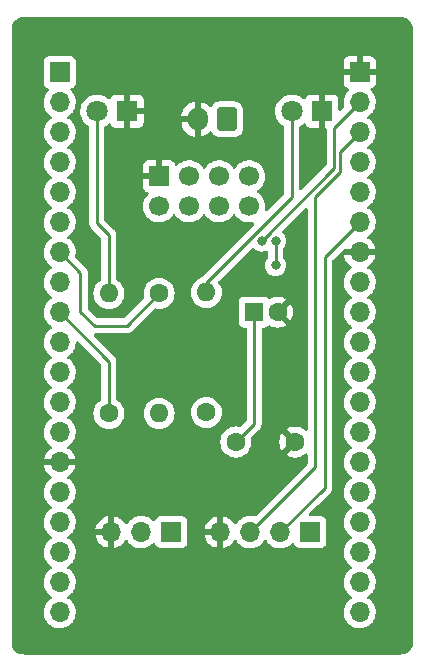
<source format=gbr>
%TF.GenerationSoftware,KiCad,Pcbnew,(6.0.11)*%
%TF.CreationDate,2023-02-26T16:40:04+01:00*%
%TF.ProjectId,OpenDTU_Breakout,4f70656e-4454-4555-9f42-7265616b6f75,rev?*%
%TF.SameCoordinates,Original*%
%TF.FileFunction,Copper,L1,Top*%
%TF.FilePolarity,Positive*%
%FSLAX46Y46*%
G04 Gerber Fmt 4.6, Leading zero omitted, Abs format (unit mm)*
G04 Created by KiCad (PCBNEW (6.0.11)) date 2023-02-26 16:40:04*
%MOMM*%
%LPD*%
G01*
G04 APERTURE LIST*
G04 Aperture macros list*
%AMRoundRect*
0 Rectangle with rounded corners*
0 $1 Rounding radius*
0 $2 $3 $4 $5 $6 $7 $8 $9 X,Y pos of 4 corners*
0 Add a 4 corners polygon primitive as box body*
4,1,4,$2,$3,$4,$5,$6,$7,$8,$9,$2,$3,0*
0 Add four circle primitives for the rounded corners*
1,1,$1+$1,$2,$3*
1,1,$1+$1,$4,$5*
1,1,$1+$1,$6,$7*
1,1,$1+$1,$8,$9*
0 Add four rect primitives between the rounded corners*
20,1,$1+$1,$2,$3,$4,$5,0*
20,1,$1+$1,$4,$5,$6,$7,0*
20,1,$1+$1,$6,$7,$8,$9,0*
20,1,$1+$1,$8,$9,$2,$3,0*%
G04 Aperture macros list end*
%TA.AperFunction,ComponentPad*%
%ADD10C,1.600000*%
%TD*%
%TA.AperFunction,ComponentPad*%
%ADD11O,1.600000X1.600000*%
%TD*%
%TA.AperFunction,ComponentPad*%
%ADD12R,1.600000X1.600000*%
%TD*%
%TA.AperFunction,ComponentPad*%
%ADD13R,1.700000X1.700000*%
%TD*%
%TA.AperFunction,ComponentPad*%
%ADD14O,1.700000X1.700000*%
%TD*%
%TA.AperFunction,ComponentPad*%
%ADD15R,1.800000X1.800000*%
%TD*%
%TA.AperFunction,ComponentPad*%
%ADD16C,1.800000*%
%TD*%
%TA.AperFunction,ComponentPad*%
%ADD17C,1.700000*%
%TD*%
%TA.AperFunction,ComponentPad*%
%ADD18RoundRect,0.250000X0.600000X0.750000X-0.600000X0.750000X-0.600000X-0.750000X0.600000X-0.750000X0*%
%TD*%
%TA.AperFunction,ComponentPad*%
%ADD19O,1.700000X2.000000*%
%TD*%
%TA.AperFunction,ViaPad*%
%ADD20C,0.800000*%
%TD*%
%TA.AperFunction,Conductor*%
%ADD21C,0.250000*%
%TD*%
G04 APERTURE END LIST*
D10*
%TO.P,R3,1*%
%TO.N,/LEDSTRIPE*%
X129500000Y-104920000D03*
D11*
%TO.P,R3,2*%
%TO.N,Net-(J3-Pad2)*%
X129500000Y-115080000D03*
%TD*%
D10*
%TO.P,R2,1*%
%TO.N,/LED2*%
X133500000Y-115000000D03*
D11*
%TO.P,R2,2*%
%TO.N,Net-(D2-Pad2)*%
X133500000Y-104840000D03*
%TD*%
D10*
%TO.P,R1,1*%
%TO.N,/LED1*%
X125250000Y-115080000D03*
D11*
%TO.P,R1,2*%
%TO.N,Net-(D1-Pad2)*%
X125250000Y-104920000D03*
%TD*%
D12*
%TO.P,C1,1*%
%TO.N,+3.3V*%
X137544888Y-106500000D03*
D10*
%TO.P,C1,2*%
%TO.N,GND*%
X139544888Y-106500000D03*
%TD*%
D13*
%TO.P,J1,1,Pin_1*%
%TO.N,+5V*%
X142300000Y-125125000D03*
D14*
%TO.P,J1,2,Pin_2*%
%TO.N,/SDA*%
X139760000Y-125125000D03*
%TO.P,J1,3,Pin_3*%
%TO.N,/SCL*%
X137220000Y-125125000D03*
%TO.P,J1,4,Pin_4*%
%TO.N,GND*%
X134680000Y-125125000D03*
%TD*%
D13*
%TO.P,J3,1,Pin_1*%
%TO.N,+5V*%
X130525000Y-125125000D03*
D14*
%TO.P,J3,2,Pin_2*%
%TO.N,Net-(J3-Pad2)*%
X127985000Y-125125000D03*
%TO.P,J3,3,Pin_3*%
%TO.N,GND*%
X125445000Y-125125000D03*
%TD*%
D10*
%TO.P,C2,1*%
%TO.N,+3.3V*%
X136000000Y-117500000D03*
%TO.P,C2,2*%
%TO.N,GND*%
X141000000Y-117500000D03*
%TD*%
D13*
%TO.P,U1,1,3V3*%
%TO.N,+3.3V*%
X121075000Y-86190000D03*
D14*
%TO.P,U1,2,EN*%
%TO.N,unconnected-(U1-Pad2)*%
X121075000Y-88730000D03*
%TO.P,U1,3,SP*%
%TO.N,unconnected-(U1-Pad3)*%
X121075000Y-91270000D03*
%TO.P,U1,4,SN*%
%TO.N,unconnected-(U1-Pad4)*%
X121075000Y-93810000D03*
%TO.P,U1,5,G34*%
%TO.N,unconnected-(U1-Pad5)*%
X121075000Y-96350000D03*
%TO.P,U1,6,G35*%
%TO.N,unconnected-(U1-Pad6)*%
X121075000Y-98890000D03*
%TO.P,U1,7,G32*%
%TO.N,/LEDSTRIPE*%
X121075000Y-101430000D03*
%TO.P,U1,8,G33*%
%TO.N,unconnected-(U1-Pad8)*%
X121075000Y-103970000D03*
%TO.P,U1,9,G25*%
%TO.N,/LED1*%
X121075000Y-106510000D03*
%TO.P,U1,10,G26*%
%TO.N,/LED2*%
X121075000Y-109050000D03*
%TO.P,U1,11,G27*%
%TO.N,unconnected-(U1-Pad11)*%
X121075000Y-111590000D03*
%TO.P,U1,12,G14*%
%TO.N,unconnected-(U1-Pad12)*%
X121075000Y-114130000D03*
%TO.P,U1,13,G12*%
%TO.N,unconnected-(U1-Pad13)*%
X121075000Y-116670000D03*
%TO.P,U1,14,GND*%
%TO.N,GND*%
X121075000Y-119210000D03*
%TO.P,U1,15,G13*%
%TO.N,unconnected-(U1-Pad15)*%
X121075000Y-121750000D03*
%TO.P,U1,16,SD2*%
%TO.N,unconnected-(U1-Pad16)*%
X121075000Y-124290000D03*
%TO.P,U1,17,SD3*%
%TO.N,unconnected-(U1-Pad17)*%
X121075000Y-126830000D03*
%TO.P,U1,18,CMD*%
%TO.N,unconnected-(U1-Pad18)*%
X121075000Y-129370000D03*
%TO.P,U1,19,5V*%
%TO.N,+5V*%
X121075000Y-131910000D03*
%TO.P,U1,20,CLK*%
%TO.N,unconnected-(U1-Pad20)*%
X146475000Y-131910000D03*
%TO.P,U1,21,SD0*%
%TO.N,unconnected-(U1-Pad21)*%
X146475000Y-129370000D03*
%TO.P,U1,22,SD1*%
%TO.N,unconnected-(U1-Pad22)*%
X146475000Y-126830000D03*
%TO.P,U1,23,G15*%
%TO.N,unconnected-(U1-Pad23)*%
X146475000Y-124290000D03*
%TO.P,U1,24,G2*%
%TO.N,unconnected-(U1-Pad24)*%
X146475000Y-121750000D03*
%TO.P,U1,25,G0*%
%TO.N,unconnected-(U1-Pad25)*%
X146475000Y-119210000D03*
%TO.P,U1,26,G4*%
%TO.N,/CE*%
X146475000Y-116670000D03*
%TO.P,U1,27,G16*%
%TO.N,/IRQ*%
X146475000Y-114130000D03*
%TO.P,U1,28,G17*%
%TO.N,unconnected-(U1-Pad28)*%
X146475000Y-111590000D03*
%TO.P,U1,29,G5*%
%TO.N,/~{CSN}*%
X146475000Y-109050000D03*
%TO.P,U1,30,G18*%
%TO.N,/SCK*%
X146475000Y-106510000D03*
%TO.P,U1,31,G19*%
%TO.N,/MISO*%
X146475000Y-103970000D03*
%TO.P,U1,32,GND*%
%TO.N,GND*%
X146475000Y-101430000D03*
%TO.P,U1,33,G21*%
%TO.N,/SDA*%
X146475000Y-98890000D03*
%TO.P,U1,34,RXD*%
%TO.N,unconnected-(U1-Pad34)*%
X146475000Y-96350000D03*
%TO.P,U1,35,TXD*%
%TO.N,unconnected-(U1-Pad35)*%
X146475000Y-93810000D03*
%TO.P,U1,36,G22*%
%TO.N,/SCL*%
X146475000Y-91270000D03*
%TO.P,U1,37,G23*%
%TO.N,/MOSI*%
X146475000Y-88730000D03*
D13*
%TO.P,U1,38,GND*%
%TO.N,GND*%
X146475000Y-86190000D03*
%TD*%
D15*
%TO.P,D2,1,K*%
%TO.N,GND*%
X143275000Y-89500000D03*
D16*
%TO.P,D2,2,A*%
%TO.N,Net-(D2-Pad2)*%
X140735000Y-89500000D03*
%TD*%
D13*
%TO.P,U2,1,GND*%
%TO.N,GND*%
X129500000Y-95000000D03*
D17*
%TO.P,U2,2,VCC*%
%TO.N,+3.3V*%
X129500000Y-97540000D03*
%TO.P,U2,3,CE*%
%TO.N,/CE*%
X132040000Y-95000000D03*
%TO.P,U2,4,~{CSN}*%
%TO.N,/~{CSN}*%
X132040000Y-97540000D03*
%TO.P,U2,5,SCK*%
%TO.N,/SCK*%
X134580000Y-95000000D03*
%TO.P,U2,6,MOSI*%
%TO.N,/MOSI*%
X134580000Y-97540000D03*
%TO.P,U2,7,MISO*%
%TO.N,/MISO*%
X137120000Y-95000000D03*
%TO.P,U2,8,IRQ*%
%TO.N,/IRQ*%
X137120000Y-97540000D03*
%TD*%
D18*
%TO.P,J2,1,Pin_1*%
%TO.N,+5V*%
X135250000Y-90170000D03*
D19*
%TO.P,J2,2,Pin_2*%
%TO.N,GND*%
X132750000Y-90170000D03*
%TD*%
D15*
%TO.P,D1,1,K*%
%TO.N,GND*%
X126775000Y-89500000D03*
D16*
%TO.P,D1,2,A*%
%TO.N,Net-(D1-Pad2)*%
X124235000Y-89500000D03*
%TD*%
D20*
%TO.N,/MOSI*%
X138173849Y-100463201D03*
%TO.N,/IRQ*%
X139363812Y-102533812D03*
X139363812Y-100463201D03*
%TD*%
D21*
%TO.N,/SDA*%
X143510000Y-121375000D02*
X139760000Y-125125000D01*
X143510000Y-101855000D02*
X143510000Y-121375000D01*
X146475000Y-98890000D02*
X143510000Y-101855000D01*
%TO.N,/SCL*%
X142696380Y-119648620D02*
X137220000Y-125125000D01*
X144780000Y-94658104D02*
X142696380Y-96741724D01*
X142696380Y-96741724D02*
X142696380Y-119648620D01*
X146475000Y-91270000D02*
X144780000Y-92965000D01*
X144780000Y-92965000D02*
X144780000Y-94658104D01*
%TO.N,+3.3V*%
X137544888Y-106500000D02*
X137544888Y-115955112D01*
X137544888Y-115955112D02*
X136000000Y-117500000D01*
%TO.N,Net-(D1-Pad2)*%
X125250000Y-100000000D02*
X124235000Y-98985000D01*
X124235000Y-98985000D02*
X124235000Y-89500000D01*
X125250000Y-104920000D02*
X125250000Y-100000000D01*
%TO.N,Net-(D2-Pad2)*%
X140735000Y-96765000D02*
X140735000Y-89500000D01*
X133500000Y-104000000D02*
X140735000Y-96765000D01*
X133500000Y-104840000D02*
X133500000Y-104000000D01*
%TO.N,/LEDSTRIPE*%
X122832174Y-106462174D02*
X122832174Y-103187174D01*
X129500000Y-104920000D02*
X126750000Y-107670000D01*
X124040000Y-107670000D02*
X122832174Y-106462174D01*
X122832174Y-103187174D02*
X121075000Y-101430000D01*
X126750000Y-107670000D02*
X124040000Y-107670000D01*
%TO.N,/MOSI*%
X138173849Y-100463201D02*
X144330000Y-94307050D01*
X144330000Y-94307050D02*
X144330000Y-90875000D01*
X144330000Y-90875000D02*
X146475000Y-88730000D01*
%TO.N,/IRQ*%
X139363812Y-102533812D02*
X139363812Y-100463201D01*
%TO.N,/LED1*%
X125250000Y-110685000D02*
X121075000Y-106510000D01*
X125250000Y-115080000D02*
X125250000Y-110685000D01*
%TD*%
%TA.AperFunction,Conductor*%
%TO.N,GND*%
G36*
X149970018Y-81510000D02*
G01*
X149984851Y-81512310D01*
X149984855Y-81512310D01*
X149993724Y-81513691D01*
X150006397Y-81512034D01*
X150033707Y-81511449D01*
X150161194Y-81522603D01*
X150182817Y-81526415D01*
X150328466Y-81565442D01*
X150349104Y-81572954D01*
X150485760Y-81636678D01*
X150504780Y-81647660D01*
X150628297Y-81734147D01*
X150645122Y-81748265D01*
X150751735Y-81854878D01*
X150765853Y-81871703D01*
X150852340Y-81995220D01*
X150863322Y-82014240D01*
X150927046Y-82150896D01*
X150934557Y-82171534D01*
X150973583Y-82317178D01*
X150977398Y-82338809D01*
X150987947Y-82459393D01*
X150987393Y-82475871D01*
X150987800Y-82475876D01*
X150987690Y-82484853D01*
X150986309Y-82493724D01*
X150987473Y-82502626D01*
X150987473Y-82502628D01*
X150990436Y-82525283D01*
X150991500Y-82541621D01*
X150991500Y-134450633D01*
X150990000Y-134470018D01*
X150987690Y-134484851D01*
X150987690Y-134484855D01*
X150986309Y-134493724D01*
X150987966Y-134506397D01*
X150988551Y-134533707D01*
X150977398Y-134661191D01*
X150973585Y-134682817D01*
X150952174Y-134762724D01*
X150934558Y-134828466D01*
X150927046Y-134849104D01*
X150863322Y-134985760D01*
X150852340Y-135004780D01*
X150765853Y-135128297D01*
X150751735Y-135145122D01*
X150645122Y-135251735D01*
X150628297Y-135265853D01*
X150504780Y-135352340D01*
X150485760Y-135363322D01*
X150349104Y-135427046D01*
X150328466Y-135434557D01*
X150182822Y-135473583D01*
X150161194Y-135477397D01*
X150104659Y-135482344D01*
X150040607Y-135487947D01*
X150024129Y-135487393D01*
X150024124Y-135487800D01*
X150015147Y-135487690D01*
X150006276Y-135486309D01*
X149997374Y-135487473D01*
X149997372Y-135487473D01*
X149983548Y-135489281D01*
X149974714Y-135490436D01*
X149958379Y-135491500D01*
X118049367Y-135491500D01*
X118029982Y-135490000D01*
X118015149Y-135487690D01*
X118015145Y-135487690D01*
X118006276Y-135486309D01*
X117993603Y-135487966D01*
X117966293Y-135488551D01*
X117838806Y-135477397D01*
X117817183Y-135473585D01*
X117671531Y-135434557D01*
X117650896Y-135427046D01*
X117514240Y-135363322D01*
X117495220Y-135352340D01*
X117371703Y-135265853D01*
X117354878Y-135251735D01*
X117248265Y-135145122D01*
X117234147Y-135128297D01*
X117147660Y-135004780D01*
X117136678Y-134985760D01*
X117072954Y-134849104D01*
X117065443Y-134828466D01*
X117026417Y-134682822D01*
X117022602Y-134661191D01*
X117012349Y-134543993D01*
X117012374Y-134521758D01*
X117012770Y-134517344D01*
X117013576Y-134512552D01*
X117013729Y-134500000D01*
X117009773Y-134472376D01*
X117008500Y-134454514D01*
X117008500Y-131876695D01*
X119712251Y-131876695D01*
X119712548Y-131881848D01*
X119712548Y-131881851D01*
X119718011Y-131976590D01*
X119725110Y-132099715D01*
X119726247Y-132104761D01*
X119726248Y-132104767D01*
X119746119Y-132192939D01*
X119774222Y-132317639D01*
X119858266Y-132524616D01*
X119974987Y-132715088D01*
X120121250Y-132883938D01*
X120293126Y-133026632D01*
X120486000Y-133139338D01*
X120694692Y-133219030D01*
X120699760Y-133220061D01*
X120699763Y-133220062D01*
X120807017Y-133241883D01*
X120913597Y-133263567D01*
X120918772Y-133263757D01*
X120918774Y-133263757D01*
X121131673Y-133271564D01*
X121131677Y-133271564D01*
X121136837Y-133271753D01*
X121141957Y-133271097D01*
X121141959Y-133271097D01*
X121353288Y-133244025D01*
X121353289Y-133244025D01*
X121358416Y-133243368D01*
X121363366Y-133241883D01*
X121567429Y-133180661D01*
X121567434Y-133180659D01*
X121572384Y-133179174D01*
X121772994Y-133080896D01*
X121954860Y-132951173D01*
X122113096Y-132793489D01*
X122172594Y-132710689D01*
X122240435Y-132616277D01*
X122243453Y-132612077D01*
X122342430Y-132411811D01*
X122407370Y-132198069D01*
X122436529Y-131976590D01*
X122438156Y-131910000D01*
X122435418Y-131876695D01*
X145112251Y-131876695D01*
X145112548Y-131881848D01*
X145112548Y-131881851D01*
X145118011Y-131976590D01*
X145125110Y-132099715D01*
X145126247Y-132104761D01*
X145126248Y-132104767D01*
X145146119Y-132192939D01*
X145174222Y-132317639D01*
X145258266Y-132524616D01*
X145374987Y-132715088D01*
X145521250Y-132883938D01*
X145693126Y-133026632D01*
X145886000Y-133139338D01*
X146094692Y-133219030D01*
X146099760Y-133220061D01*
X146099763Y-133220062D01*
X146207017Y-133241883D01*
X146313597Y-133263567D01*
X146318772Y-133263757D01*
X146318774Y-133263757D01*
X146531673Y-133271564D01*
X146531677Y-133271564D01*
X146536837Y-133271753D01*
X146541957Y-133271097D01*
X146541959Y-133271097D01*
X146753288Y-133244025D01*
X146753289Y-133244025D01*
X146758416Y-133243368D01*
X146763366Y-133241883D01*
X146967429Y-133180661D01*
X146967434Y-133180659D01*
X146972384Y-133179174D01*
X147172994Y-133080896D01*
X147354860Y-132951173D01*
X147513096Y-132793489D01*
X147572594Y-132710689D01*
X147640435Y-132616277D01*
X147643453Y-132612077D01*
X147742430Y-132411811D01*
X147807370Y-132198069D01*
X147836529Y-131976590D01*
X147838156Y-131910000D01*
X147819852Y-131687361D01*
X147765431Y-131470702D01*
X147676354Y-131265840D01*
X147555014Y-131078277D01*
X147404670Y-130913051D01*
X147400619Y-130909852D01*
X147400615Y-130909848D01*
X147233414Y-130777800D01*
X147233410Y-130777798D01*
X147229359Y-130774598D01*
X147188053Y-130751796D01*
X147138084Y-130701364D01*
X147123312Y-130631921D01*
X147148428Y-130565516D01*
X147175780Y-130538909D01*
X147219603Y-130507650D01*
X147354860Y-130411173D01*
X147513096Y-130253489D01*
X147572594Y-130170689D01*
X147640435Y-130076277D01*
X147643453Y-130072077D01*
X147742430Y-129871811D01*
X147807370Y-129658069D01*
X147836529Y-129436590D01*
X147838156Y-129370000D01*
X147819852Y-129147361D01*
X147765431Y-128930702D01*
X147676354Y-128725840D01*
X147555014Y-128538277D01*
X147404670Y-128373051D01*
X147400619Y-128369852D01*
X147400615Y-128369848D01*
X147233414Y-128237800D01*
X147233410Y-128237798D01*
X147229359Y-128234598D01*
X147188053Y-128211796D01*
X147138084Y-128161364D01*
X147123312Y-128091921D01*
X147148428Y-128025516D01*
X147175780Y-127998909D01*
X147219603Y-127967650D01*
X147354860Y-127871173D01*
X147513096Y-127713489D01*
X147572594Y-127630689D01*
X147640435Y-127536277D01*
X147643453Y-127532077D01*
X147742430Y-127331811D01*
X147807370Y-127118069D01*
X147836529Y-126896590D01*
X147838156Y-126830000D01*
X147819852Y-126607361D01*
X147765431Y-126390702D01*
X147676354Y-126185840D01*
X147575273Y-126029592D01*
X147557822Y-126002617D01*
X147557820Y-126002614D01*
X147555014Y-125998277D01*
X147404670Y-125833051D01*
X147400619Y-125829852D01*
X147400615Y-125829848D01*
X147233414Y-125697800D01*
X147233410Y-125697798D01*
X147229359Y-125694598D01*
X147188053Y-125671796D01*
X147138084Y-125621364D01*
X147123312Y-125551921D01*
X147148428Y-125485516D01*
X147175780Y-125458909D01*
X147219603Y-125427650D01*
X147354860Y-125331173D01*
X147513096Y-125173489D01*
X147572594Y-125090689D01*
X147640435Y-124996277D01*
X147643453Y-124992077D01*
X147704000Y-124869570D01*
X147740136Y-124796453D01*
X147740137Y-124796451D01*
X147742430Y-124791811D01*
X147807370Y-124578069D01*
X147836529Y-124356590D01*
X147836611Y-124353240D01*
X147838074Y-124293365D01*
X147838074Y-124293361D01*
X147838156Y-124290000D01*
X147819852Y-124067361D01*
X147765431Y-123850702D01*
X147676354Y-123645840D01*
X147555014Y-123458277D01*
X147404670Y-123293051D01*
X147400619Y-123289852D01*
X147400615Y-123289848D01*
X147233414Y-123157800D01*
X147233410Y-123157798D01*
X147229359Y-123154598D01*
X147188053Y-123131796D01*
X147138084Y-123081364D01*
X147123312Y-123011921D01*
X147148428Y-122945516D01*
X147175780Y-122918909D01*
X147219603Y-122887650D01*
X147354860Y-122791173D01*
X147513096Y-122633489D01*
X147572594Y-122550689D01*
X147640435Y-122456277D01*
X147643453Y-122452077D01*
X147742430Y-122251811D01*
X147807370Y-122038069D01*
X147836529Y-121816590D01*
X147838156Y-121750000D01*
X147819852Y-121527361D01*
X147765431Y-121310702D01*
X147676354Y-121105840D01*
X147555014Y-120918277D01*
X147404670Y-120753051D01*
X147400619Y-120749852D01*
X147400615Y-120749848D01*
X147233414Y-120617800D01*
X147233410Y-120617798D01*
X147229359Y-120614598D01*
X147188053Y-120591796D01*
X147138084Y-120541364D01*
X147123312Y-120471921D01*
X147148428Y-120405516D01*
X147175780Y-120378909D01*
X147219603Y-120347650D01*
X147354860Y-120251173D01*
X147513096Y-120093489D01*
X147572594Y-120010689D01*
X147640435Y-119916277D01*
X147643453Y-119912077D01*
X147742430Y-119711811D01*
X147807370Y-119498069D01*
X147836529Y-119276590D01*
X147838156Y-119210000D01*
X147819852Y-118987361D01*
X147765431Y-118770702D01*
X147676354Y-118565840D01*
X147616322Y-118473045D01*
X147557822Y-118382617D01*
X147557820Y-118382614D01*
X147555014Y-118378277D01*
X147404670Y-118213051D01*
X147400619Y-118209852D01*
X147400615Y-118209848D01*
X147233414Y-118077800D01*
X147233410Y-118077798D01*
X147229359Y-118074598D01*
X147188053Y-118051796D01*
X147138084Y-118001364D01*
X147123312Y-117931921D01*
X147148428Y-117865516D01*
X147175780Y-117838909D01*
X147219603Y-117807650D01*
X147354860Y-117711173D01*
X147513096Y-117553489D01*
X147558416Y-117490420D01*
X147640435Y-117376277D01*
X147643453Y-117372077D01*
X147690249Y-117277393D01*
X147740136Y-117176453D01*
X147740137Y-117176451D01*
X147742430Y-117171811D01*
X147807370Y-116958069D01*
X147836529Y-116736590D01*
X147838156Y-116670000D01*
X147819852Y-116447361D01*
X147765431Y-116230702D01*
X147676354Y-116025840D01*
X147561432Y-115848197D01*
X147557822Y-115842617D01*
X147557820Y-115842614D01*
X147555014Y-115838277D01*
X147404670Y-115673051D01*
X147400619Y-115669852D01*
X147400615Y-115669848D01*
X147233414Y-115537800D01*
X147233410Y-115537798D01*
X147229359Y-115534598D01*
X147188053Y-115511796D01*
X147138084Y-115461364D01*
X147123312Y-115391921D01*
X147148428Y-115325516D01*
X147175780Y-115298909D01*
X147219603Y-115267650D01*
X147354860Y-115171173D01*
X147513096Y-115013489D01*
X147572594Y-114930689D01*
X147640435Y-114836277D01*
X147643453Y-114832077D01*
X147670480Y-114777393D01*
X147740136Y-114636453D01*
X147740137Y-114636451D01*
X147742430Y-114631811D01*
X147774900Y-114524940D01*
X147805865Y-114423023D01*
X147805865Y-114423021D01*
X147807370Y-114418069D01*
X147836529Y-114196590D01*
X147838156Y-114130000D01*
X147819852Y-113907361D01*
X147765431Y-113690702D01*
X147676354Y-113485840D01*
X147555014Y-113298277D01*
X147404670Y-113133051D01*
X147400619Y-113129852D01*
X147400615Y-113129848D01*
X147233414Y-112997800D01*
X147233410Y-112997798D01*
X147229359Y-112994598D01*
X147188053Y-112971796D01*
X147138084Y-112921364D01*
X147123312Y-112851921D01*
X147148428Y-112785516D01*
X147175780Y-112758909D01*
X147219603Y-112727650D01*
X147354860Y-112631173D01*
X147513096Y-112473489D01*
X147572594Y-112390689D01*
X147640435Y-112296277D01*
X147643453Y-112292077D01*
X147742430Y-112091811D01*
X147807370Y-111878069D01*
X147836529Y-111656590D01*
X147838156Y-111590000D01*
X147819852Y-111367361D01*
X147765431Y-111150702D01*
X147676354Y-110945840D01*
X147636906Y-110884862D01*
X147557822Y-110762617D01*
X147557820Y-110762614D01*
X147555014Y-110758277D01*
X147404670Y-110593051D01*
X147400619Y-110589852D01*
X147400615Y-110589848D01*
X147233414Y-110457800D01*
X147233410Y-110457798D01*
X147229359Y-110454598D01*
X147188053Y-110431796D01*
X147138084Y-110381364D01*
X147123312Y-110311921D01*
X147148428Y-110245516D01*
X147175780Y-110218909D01*
X147219603Y-110187650D01*
X147354860Y-110091173D01*
X147513096Y-109933489D01*
X147572594Y-109850689D01*
X147640435Y-109756277D01*
X147643453Y-109752077D01*
X147742430Y-109551811D01*
X147807370Y-109338069D01*
X147836529Y-109116590D01*
X147838156Y-109050000D01*
X147819852Y-108827361D01*
X147765431Y-108610702D01*
X147676354Y-108405840D01*
X147609217Y-108302062D01*
X147557822Y-108222617D01*
X147557820Y-108222614D01*
X147555014Y-108218277D01*
X147404670Y-108053051D01*
X147400619Y-108049852D01*
X147400615Y-108049848D01*
X147233414Y-107917800D01*
X147233410Y-107917798D01*
X147229359Y-107914598D01*
X147188053Y-107891796D01*
X147138084Y-107841364D01*
X147123312Y-107771921D01*
X147148428Y-107705516D01*
X147175780Y-107678909D01*
X147242691Y-107631182D01*
X147354860Y-107551173D01*
X147513096Y-107393489D01*
X147572594Y-107310689D01*
X147640435Y-107216277D01*
X147643453Y-107212077D01*
X147673387Y-107151511D01*
X147740136Y-107016453D01*
X147740137Y-107016451D01*
X147742430Y-107011811D01*
X147807370Y-106798069D01*
X147836529Y-106576590D01*
X147838156Y-106510000D01*
X147819852Y-106287361D01*
X147765431Y-106070702D01*
X147676354Y-105865840D01*
X147561432Y-105688197D01*
X147557822Y-105682617D01*
X147557820Y-105682614D01*
X147555014Y-105678277D01*
X147404670Y-105513051D01*
X147400619Y-105509852D01*
X147400615Y-105509848D01*
X147233414Y-105377800D01*
X147233410Y-105377798D01*
X147229359Y-105374598D01*
X147188053Y-105351796D01*
X147138084Y-105301364D01*
X147123312Y-105231921D01*
X147148428Y-105165516D01*
X147175780Y-105138909D01*
X147219603Y-105107650D01*
X147354860Y-105011173D01*
X147417769Y-104948484D01*
X147509435Y-104857137D01*
X147513096Y-104853489D01*
X147572594Y-104770689D01*
X147640435Y-104676277D01*
X147643453Y-104672077D01*
X147670480Y-104617393D01*
X147740136Y-104476453D01*
X147740137Y-104476451D01*
X147742430Y-104471811D01*
X147774900Y-104364940D01*
X147805865Y-104263023D01*
X147805865Y-104263021D01*
X147807370Y-104258069D01*
X147836529Y-104036590D01*
X147838156Y-103970000D01*
X147819852Y-103747361D01*
X147765431Y-103530702D01*
X147676354Y-103325840D01*
X147580205Y-103177216D01*
X147557822Y-103142617D01*
X147557820Y-103142614D01*
X147555014Y-103138277D01*
X147404670Y-102973051D01*
X147400619Y-102969852D01*
X147400615Y-102969848D01*
X147233414Y-102837800D01*
X147233410Y-102837798D01*
X147229359Y-102834598D01*
X147187569Y-102811529D01*
X147137598Y-102761097D01*
X147122826Y-102691654D01*
X147147942Y-102625248D01*
X147175294Y-102598641D01*
X147350328Y-102473792D01*
X147358200Y-102467139D01*
X147509052Y-102316812D01*
X147515730Y-102308965D01*
X147640003Y-102136020D01*
X147645313Y-102127183D01*
X147739670Y-101936267D01*
X147743469Y-101926672D01*
X147805377Y-101722910D01*
X147807555Y-101712837D01*
X147808986Y-101701962D01*
X147806775Y-101687778D01*
X147793617Y-101684000D01*
X145158225Y-101684000D01*
X145144694Y-101687973D01*
X145143257Y-101697966D01*
X145173565Y-101832446D01*
X145176645Y-101842275D01*
X145256770Y-102039603D01*
X145261413Y-102048794D01*
X145372694Y-102230388D01*
X145378777Y-102238699D01*
X145518213Y-102399667D01*
X145525580Y-102406883D01*
X145689434Y-102542916D01*
X145697881Y-102548831D01*
X145766969Y-102589203D01*
X145815693Y-102640842D01*
X145828764Y-102710625D01*
X145802033Y-102776396D01*
X145761584Y-102809752D01*
X145748607Y-102816507D01*
X145744474Y-102819610D01*
X145744471Y-102819612D01*
X145574100Y-102947530D01*
X145569965Y-102950635D01*
X145415629Y-103112138D01*
X145289743Y-103296680D01*
X145195688Y-103499305D01*
X145135989Y-103714570D01*
X145112251Y-103936695D01*
X145112548Y-103941848D01*
X145112548Y-103941851D01*
X145118011Y-104036590D01*
X145125110Y-104159715D01*
X145126247Y-104164761D01*
X145126248Y-104164767D01*
X145129398Y-104178743D01*
X145174222Y-104377639D01*
X145258266Y-104584616D01*
X145374987Y-104775088D01*
X145521250Y-104943938D01*
X145693126Y-105086632D01*
X145763595Y-105127811D01*
X145766445Y-105129476D01*
X145815169Y-105181114D01*
X145828240Y-105250897D01*
X145801509Y-105316669D01*
X145761055Y-105350027D01*
X145748607Y-105356507D01*
X145744474Y-105359610D01*
X145744471Y-105359612D01*
X145574100Y-105487530D01*
X145569965Y-105490635D01*
X145566393Y-105494373D01*
X145483365Y-105581257D01*
X145415629Y-105652138D01*
X145412715Y-105656410D01*
X145412714Y-105656411D01*
X145391031Y-105688197D01*
X145289743Y-105836680D01*
X145274003Y-105870590D01*
X145225832Y-105974366D01*
X145195688Y-106039305D01*
X145135989Y-106254570D01*
X145112251Y-106476695D01*
X145112548Y-106481848D01*
X145112548Y-106481851D01*
X145118011Y-106576590D01*
X145125110Y-106699715D01*
X145126247Y-106704761D01*
X145126248Y-106704767D01*
X145146119Y-106792939D01*
X145174222Y-106917639D01*
X145258266Y-107124616D01*
X145374987Y-107315088D01*
X145521250Y-107483938D01*
X145693126Y-107626632D01*
X145705617Y-107633931D01*
X145766445Y-107669476D01*
X145815169Y-107721114D01*
X145828240Y-107790897D01*
X145801509Y-107856669D01*
X145761055Y-107890027D01*
X145748607Y-107896507D01*
X145744474Y-107899610D01*
X145744471Y-107899612D01*
X145574100Y-108027530D01*
X145569965Y-108030635D01*
X145566393Y-108034373D01*
X145420935Y-108186586D01*
X145415629Y-108192138D01*
X145412715Y-108196410D01*
X145412714Y-108196411D01*
X145347333Y-108292256D01*
X145289743Y-108376680D01*
X145195688Y-108579305D01*
X145135989Y-108794570D01*
X145112251Y-109016695D01*
X145112548Y-109021848D01*
X145112548Y-109021851D01*
X145118011Y-109116590D01*
X145125110Y-109239715D01*
X145126247Y-109244761D01*
X145126248Y-109244767D01*
X145146119Y-109332939D01*
X145174222Y-109457639D01*
X145258266Y-109664616D01*
X145374987Y-109855088D01*
X145521250Y-110023938D01*
X145693126Y-110166632D01*
X145763595Y-110207811D01*
X145766445Y-110209476D01*
X145815169Y-110261114D01*
X145828240Y-110330897D01*
X145801509Y-110396669D01*
X145761055Y-110430027D01*
X145748607Y-110436507D01*
X145744474Y-110439610D01*
X145744471Y-110439612D01*
X145574100Y-110567530D01*
X145569965Y-110570635D01*
X145415629Y-110732138D01*
X145289743Y-110916680D01*
X145195688Y-111119305D01*
X145135989Y-111334570D01*
X145112251Y-111556695D01*
X145112548Y-111561848D01*
X145112548Y-111561851D01*
X145118011Y-111656590D01*
X145125110Y-111779715D01*
X145126247Y-111784761D01*
X145126248Y-111784767D01*
X145146119Y-111872939D01*
X145174222Y-111997639D01*
X145258266Y-112204616D01*
X145374987Y-112395088D01*
X145521250Y-112563938D01*
X145693126Y-112706632D01*
X145763595Y-112747811D01*
X145766445Y-112749476D01*
X145815169Y-112801114D01*
X145828240Y-112870897D01*
X145801509Y-112936669D01*
X145761055Y-112970027D01*
X145748607Y-112976507D01*
X145744474Y-112979610D01*
X145744471Y-112979612D01*
X145720247Y-112997800D01*
X145569965Y-113110635D01*
X145415629Y-113272138D01*
X145289743Y-113456680D01*
X145195688Y-113659305D01*
X145135989Y-113874570D01*
X145112251Y-114096695D01*
X145112548Y-114101848D01*
X145112548Y-114101851D01*
X145118011Y-114196590D01*
X145125110Y-114319715D01*
X145126247Y-114324761D01*
X145126248Y-114324767D01*
X145129398Y-114338743D01*
X145174222Y-114537639D01*
X145258266Y-114744616D01*
X145374987Y-114935088D01*
X145521250Y-115103938D01*
X145693126Y-115246632D01*
X145763595Y-115287811D01*
X145766445Y-115289476D01*
X145815169Y-115341114D01*
X145828240Y-115410897D01*
X145801509Y-115476669D01*
X145761055Y-115510027D01*
X145748607Y-115516507D01*
X145744474Y-115519610D01*
X145744471Y-115519612D01*
X145574100Y-115647530D01*
X145569965Y-115650635D01*
X145566393Y-115654373D01*
X145483365Y-115741257D01*
X145415629Y-115812138D01*
X145412715Y-115816410D01*
X145412714Y-115816411D01*
X145391031Y-115848197D01*
X145289743Y-115996680D01*
X145275570Y-116027213D01*
X145199614Y-116190848D01*
X145195688Y-116199305D01*
X145135989Y-116414570D01*
X145112251Y-116636695D01*
X145112548Y-116641848D01*
X145112548Y-116641851D01*
X145120963Y-116787789D01*
X145125110Y-116859715D01*
X145126247Y-116864761D01*
X145126248Y-116864767D01*
X145146119Y-116952939D01*
X145174222Y-117077639D01*
X145258266Y-117284616D01*
X145374987Y-117475088D01*
X145521250Y-117643938D01*
X145693126Y-117786632D01*
X145763595Y-117827811D01*
X145766445Y-117829476D01*
X145815169Y-117881114D01*
X145828240Y-117950897D01*
X145801509Y-118016669D01*
X145761055Y-118050027D01*
X145748607Y-118056507D01*
X145744474Y-118059610D01*
X145744471Y-118059612D01*
X145574100Y-118187530D01*
X145569965Y-118190635D01*
X145415629Y-118352138D01*
X145412715Y-118356410D01*
X145412714Y-118356411D01*
X145400404Y-118374457D01*
X145289743Y-118536680D01*
X145268654Y-118582112D01*
X145198019Y-118734284D01*
X145195688Y-118739305D01*
X145135989Y-118954570D01*
X145112251Y-119176695D01*
X145112548Y-119181848D01*
X145112548Y-119181851D01*
X145118011Y-119276590D01*
X145125110Y-119399715D01*
X145126247Y-119404761D01*
X145126248Y-119404767D01*
X145139597Y-119464000D01*
X145174222Y-119617639D01*
X145258266Y-119824616D01*
X145374987Y-120015088D01*
X145521250Y-120183938D01*
X145693126Y-120326632D01*
X145757767Y-120364405D01*
X145766445Y-120369476D01*
X145815169Y-120421114D01*
X145828240Y-120490897D01*
X145801509Y-120556669D01*
X145761055Y-120590027D01*
X145748607Y-120596507D01*
X145744474Y-120599610D01*
X145744471Y-120599612D01*
X145574100Y-120727530D01*
X145569965Y-120730635D01*
X145415629Y-120892138D01*
X145289743Y-121076680D01*
X145195688Y-121279305D01*
X145135989Y-121494570D01*
X145112251Y-121716695D01*
X145112548Y-121721848D01*
X145112548Y-121721851D01*
X145121229Y-121872407D01*
X145125110Y-121939715D01*
X145126247Y-121944761D01*
X145126248Y-121944767D01*
X145146119Y-122032939D01*
X145174222Y-122157639D01*
X145258266Y-122364616D01*
X145374987Y-122555088D01*
X145521250Y-122723938D01*
X145693126Y-122866632D01*
X145763595Y-122907811D01*
X145766445Y-122909476D01*
X145815169Y-122961114D01*
X145828240Y-123030897D01*
X145801509Y-123096669D01*
X145761055Y-123130027D01*
X145748607Y-123136507D01*
X145744474Y-123139610D01*
X145744471Y-123139612D01*
X145720247Y-123157800D01*
X145569965Y-123270635D01*
X145415629Y-123432138D01*
X145289743Y-123616680D01*
X145274003Y-123650590D01*
X145200567Y-123808795D01*
X145195688Y-123819305D01*
X145135989Y-124034570D01*
X145112251Y-124256695D01*
X145112548Y-124261848D01*
X145112548Y-124261851D01*
X145123779Y-124456623D01*
X145125110Y-124479715D01*
X145126247Y-124484761D01*
X145126248Y-124484767D01*
X145146119Y-124572939D01*
X145174222Y-124697639D01*
X145212461Y-124791811D01*
X145242235Y-124865135D01*
X145258266Y-124904616D01*
X145374987Y-125095088D01*
X145521250Y-125263938D01*
X145693126Y-125406632D01*
X145763595Y-125447811D01*
X145766445Y-125449476D01*
X145815169Y-125501114D01*
X145828240Y-125570897D01*
X145801509Y-125636669D01*
X145761055Y-125670027D01*
X145748607Y-125676507D01*
X145744474Y-125679610D01*
X145744471Y-125679612D01*
X145583226Y-125800678D01*
X145569965Y-125810635D01*
X145415629Y-125972138D01*
X145412715Y-125976410D01*
X145412714Y-125976411D01*
X145356840Y-126058320D01*
X145289743Y-126156680D01*
X145259560Y-126221705D01*
X145197994Y-126354338D01*
X145195688Y-126359305D01*
X145135989Y-126574570D01*
X145112251Y-126796695D01*
X145112548Y-126801848D01*
X145112548Y-126801851D01*
X145118011Y-126896590D01*
X145125110Y-127019715D01*
X145126247Y-127024761D01*
X145126248Y-127024767D01*
X145146119Y-127112939D01*
X145174222Y-127237639D01*
X145258266Y-127444616D01*
X145374987Y-127635088D01*
X145521250Y-127803938D01*
X145693126Y-127946632D01*
X145763595Y-127987811D01*
X145766445Y-127989476D01*
X145815169Y-128041114D01*
X145828240Y-128110897D01*
X145801509Y-128176669D01*
X145761055Y-128210027D01*
X145748607Y-128216507D01*
X145744474Y-128219610D01*
X145744471Y-128219612D01*
X145720247Y-128237800D01*
X145569965Y-128350635D01*
X145415629Y-128512138D01*
X145289743Y-128696680D01*
X145195688Y-128899305D01*
X145135989Y-129114570D01*
X145112251Y-129336695D01*
X145112548Y-129341848D01*
X145112548Y-129341851D01*
X145118011Y-129436590D01*
X145125110Y-129559715D01*
X145126247Y-129564761D01*
X145126248Y-129564767D01*
X145146119Y-129652939D01*
X145174222Y-129777639D01*
X145258266Y-129984616D01*
X145374987Y-130175088D01*
X145521250Y-130343938D01*
X145693126Y-130486632D01*
X145763595Y-130527811D01*
X145766445Y-130529476D01*
X145815169Y-130581114D01*
X145828240Y-130650897D01*
X145801509Y-130716669D01*
X145761055Y-130750027D01*
X145748607Y-130756507D01*
X145744474Y-130759610D01*
X145744471Y-130759612D01*
X145720247Y-130777800D01*
X145569965Y-130890635D01*
X145415629Y-131052138D01*
X145289743Y-131236680D01*
X145195688Y-131439305D01*
X145135989Y-131654570D01*
X145112251Y-131876695D01*
X122435418Y-131876695D01*
X122419852Y-131687361D01*
X122365431Y-131470702D01*
X122276354Y-131265840D01*
X122155014Y-131078277D01*
X122004670Y-130913051D01*
X122000619Y-130909852D01*
X122000615Y-130909848D01*
X121833414Y-130777800D01*
X121833410Y-130777798D01*
X121829359Y-130774598D01*
X121788053Y-130751796D01*
X121738084Y-130701364D01*
X121723312Y-130631921D01*
X121748428Y-130565516D01*
X121775780Y-130538909D01*
X121819603Y-130507650D01*
X121954860Y-130411173D01*
X122113096Y-130253489D01*
X122172594Y-130170689D01*
X122240435Y-130076277D01*
X122243453Y-130072077D01*
X122342430Y-129871811D01*
X122407370Y-129658069D01*
X122436529Y-129436590D01*
X122438156Y-129370000D01*
X122419852Y-129147361D01*
X122365431Y-128930702D01*
X122276354Y-128725840D01*
X122155014Y-128538277D01*
X122004670Y-128373051D01*
X122000619Y-128369852D01*
X122000615Y-128369848D01*
X121833414Y-128237800D01*
X121833410Y-128237798D01*
X121829359Y-128234598D01*
X121788053Y-128211796D01*
X121738084Y-128161364D01*
X121723312Y-128091921D01*
X121748428Y-128025516D01*
X121775780Y-127998909D01*
X121819603Y-127967650D01*
X121954860Y-127871173D01*
X122113096Y-127713489D01*
X122172594Y-127630689D01*
X122240435Y-127536277D01*
X122243453Y-127532077D01*
X122342430Y-127331811D01*
X122407370Y-127118069D01*
X122436529Y-126896590D01*
X122438156Y-126830000D01*
X122419852Y-126607361D01*
X122365431Y-126390702D01*
X122276354Y-126185840D01*
X122175273Y-126029592D01*
X122157822Y-126002617D01*
X122157820Y-126002614D01*
X122155014Y-125998277D01*
X122004670Y-125833051D01*
X122000619Y-125829852D01*
X122000615Y-125829848D01*
X121833414Y-125697800D01*
X121833410Y-125697798D01*
X121829359Y-125694598D01*
X121788053Y-125671796D01*
X121738084Y-125621364D01*
X121723312Y-125551921D01*
X121748428Y-125485516D01*
X121775780Y-125458909D01*
X121819603Y-125427650D01*
X121868229Y-125392966D01*
X124113257Y-125392966D01*
X124143565Y-125527446D01*
X124146645Y-125537275D01*
X124226770Y-125734603D01*
X124231413Y-125743794D01*
X124342694Y-125925388D01*
X124348777Y-125933699D01*
X124488213Y-126094667D01*
X124495580Y-126101883D01*
X124659434Y-126237916D01*
X124667881Y-126243831D01*
X124851756Y-126351279D01*
X124861042Y-126355729D01*
X125060001Y-126431703D01*
X125069899Y-126434579D01*
X125173250Y-126455606D01*
X125187299Y-126454410D01*
X125191000Y-126444065D01*
X125191000Y-126443517D01*
X125699000Y-126443517D01*
X125703064Y-126457359D01*
X125716478Y-126459393D01*
X125723184Y-126458534D01*
X125733262Y-126456392D01*
X125937255Y-126395191D01*
X125946842Y-126391433D01*
X126138095Y-126297739D01*
X126146945Y-126292464D01*
X126320328Y-126168792D01*
X126328200Y-126162139D01*
X126479052Y-126011812D01*
X126485730Y-126003965D01*
X126613022Y-125826819D01*
X126614279Y-125827722D01*
X126661373Y-125784362D01*
X126731311Y-125772145D01*
X126796751Y-125799678D01*
X126824579Y-125831511D01*
X126884987Y-125930088D01*
X127031250Y-126098938D01*
X127203126Y-126241632D01*
X127396000Y-126354338D01*
X127604692Y-126434030D01*
X127609760Y-126435061D01*
X127609763Y-126435062D01*
X127704862Y-126454410D01*
X127823597Y-126478567D01*
X127828772Y-126478757D01*
X127828774Y-126478757D01*
X128041673Y-126486564D01*
X128041677Y-126486564D01*
X128046837Y-126486753D01*
X128051957Y-126486097D01*
X128051959Y-126486097D01*
X128263288Y-126459025D01*
X128263289Y-126459025D01*
X128268416Y-126458368D01*
X128273366Y-126456883D01*
X128477429Y-126395661D01*
X128477434Y-126395659D01*
X128482384Y-126394174D01*
X128682994Y-126295896D01*
X128864860Y-126166173D01*
X128973091Y-126058319D01*
X129035462Y-126024404D01*
X129106268Y-126029592D01*
X129163030Y-126072238D01*
X129180012Y-126103341D01*
X129224385Y-126221705D01*
X129311739Y-126338261D01*
X129428295Y-126425615D01*
X129564684Y-126476745D01*
X129626866Y-126483500D01*
X131423134Y-126483500D01*
X131485316Y-126476745D01*
X131621705Y-126425615D01*
X131738261Y-126338261D01*
X131825615Y-126221705D01*
X131876745Y-126085316D01*
X131883500Y-126023134D01*
X131883500Y-125392966D01*
X133348257Y-125392966D01*
X133378565Y-125527446D01*
X133381645Y-125537275D01*
X133461770Y-125734603D01*
X133466413Y-125743794D01*
X133577694Y-125925388D01*
X133583777Y-125933699D01*
X133723213Y-126094667D01*
X133730580Y-126101883D01*
X133894434Y-126237916D01*
X133902881Y-126243831D01*
X134086756Y-126351279D01*
X134096042Y-126355729D01*
X134295001Y-126431703D01*
X134304899Y-126434579D01*
X134408250Y-126455606D01*
X134422299Y-126454410D01*
X134426000Y-126444065D01*
X134426000Y-125397115D01*
X134421525Y-125381876D01*
X134420135Y-125380671D01*
X134412452Y-125379000D01*
X133363225Y-125379000D01*
X133349694Y-125382973D01*
X133348257Y-125392966D01*
X131883500Y-125392966D01*
X131883500Y-124859183D01*
X133344389Y-124859183D01*
X133345912Y-124867607D01*
X133358292Y-124871000D01*
X134407885Y-124871000D01*
X134423124Y-124866525D01*
X134424329Y-124865135D01*
X134426000Y-124857452D01*
X134426000Y-123808102D01*
X134422082Y-123794758D01*
X134407806Y-123792771D01*
X134369324Y-123798660D01*
X134359288Y-123801051D01*
X134156868Y-123867212D01*
X134147359Y-123871209D01*
X133958463Y-123969542D01*
X133949738Y-123975036D01*
X133779433Y-124102905D01*
X133771726Y-124109748D01*
X133624590Y-124263717D01*
X133618104Y-124271727D01*
X133498098Y-124447649D01*
X133493000Y-124456623D01*
X133403338Y-124649783D01*
X133399775Y-124659470D01*
X133344389Y-124859183D01*
X131883500Y-124859183D01*
X131883500Y-124226866D01*
X131876745Y-124164684D01*
X131825615Y-124028295D01*
X131738261Y-123911739D01*
X131621705Y-123824385D01*
X131485316Y-123773255D01*
X131423134Y-123766500D01*
X129626866Y-123766500D01*
X129564684Y-123773255D01*
X129428295Y-123824385D01*
X129311739Y-123911739D01*
X129224385Y-124028295D01*
X129221233Y-124036703D01*
X129179919Y-124146907D01*
X129137277Y-124203671D01*
X129070716Y-124228371D01*
X129001367Y-124213163D01*
X128968743Y-124187476D01*
X128918151Y-124131875D01*
X128918142Y-124131866D01*
X128914670Y-124128051D01*
X128910619Y-124124852D01*
X128910615Y-124124848D01*
X128743414Y-123992800D01*
X128743410Y-123992798D01*
X128739359Y-123989598D01*
X128703028Y-123969542D01*
X128687136Y-123960769D01*
X128543789Y-123881638D01*
X128538920Y-123879914D01*
X128538916Y-123879912D01*
X128338087Y-123808795D01*
X128338083Y-123808794D01*
X128333212Y-123807069D01*
X128328119Y-123806162D01*
X128328116Y-123806161D01*
X128118373Y-123768800D01*
X128118367Y-123768799D01*
X128113284Y-123767894D01*
X128039452Y-123766992D01*
X127895081Y-123765228D01*
X127895079Y-123765228D01*
X127889911Y-123765165D01*
X127669091Y-123798955D01*
X127456756Y-123868357D01*
X127258607Y-123971507D01*
X127254474Y-123974610D01*
X127254471Y-123974612D01*
X127130941Y-124067361D01*
X127079965Y-124105635D01*
X127054541Y-124132240D01*
X126935609Y-124256695D01*
X126925629Y-124267138D01*
X126922715Y-124271410D01*
X126922714Y-124271411D01*
X126817898Y-124425066D01*
X126762987Y-124470069D01*
X126692462Y-124478240D01*
X126628715Y-124446986D01*
X126608018Y-124422502D01*
X126527426Y-124297926D01*
X126521136Y-124289757D01*
X126377806Y-124132240D01*
X126370273Y-124125215D01*
X126203139Y-123993222D01*
X126194552Y-123987517D01*
X126008117Y-123884599D01*
X125998705Y-123880369D01*
X125797959Y-123809280D01*
X125787988Y-123806646D01*
X125716837Y-123793972D01*
X125703540Y-123795432D01*
X125699000Y-123809989D01*
X125699000Y-126443517D01*
X125191000Y-126443517D01*
X125191000Y-125397115D01*
X125186525Y-125381876D01*
X125185135Y-125380671D01*
X125177452Y-125379000D01*
X124128225Y-125379000D01*
X124114694Y-125382973D01*
X124113257Y-125392966D01*
X121868229Y-125392966D01*
X121954860Y-125331173D01*
X122113096Y-125173489D01*
X122172594Y-125090689D01*
X122240435Y-124996277D01*
X122243453Y-124992077D01*
X122304000Y-124869570D01*
X122309133Y-124859183D01*
X124109389Y-124859183D01*
X124110912Y-124867607D01*
X124123292Y-124871000D01*
X125172885Y-124871000D01*
X125188124Y-124866525D01*
X125189329Y-124865135D01*
X125191000Y-124857452D01*
X125191000Y-123808102D01*
X125187082Y-123794758D01*
X125172806Y-123792771D01*
X125134324Y-123798660D01*
X125124288Y-123801051D01*
X124921868Y-123867212D01*
X124912359Y-123871209D01*
X124723463Y-123969542D01*
X124714738Y-123975036D01*
X124544433Y-124102905D01*
X124536726Y-124109748D01*
X124389590Y-124263717D01*
X124383104Y-124271727D01*
X124263098Y-124447649D01*
X124258000Y-124456623D01*
X124168338Y-124649783D01*
X124164775Y-124659470D01*
X124109389Y-124859183D01*
X122309133Y-124859183D01*
X122340136Y-124796453D01*
X122340137Y-124796451D01*
X122342430Y-124791811D01*
X122407370Y-124578069D01*
X122436529Y-124356590D01*
X122436611Y-124353240D01*
X122438074Y-124293365D01*
X122438074Y-124293361D01*
X122438156Y-124290000D01*
X122419852Y-124067361D01*
X122365431Y-123850702D01*
X122276354Y-123645840D01*
X122155014Y-123458277D01*
X122004670Y-123293051D01*
X122000619Y-123289852D01*
X122000615Y-123289848D01*
X121833414Y-123157800D01*
X121833410Y-123157798D01*
X121829359Y-123154598D01*
X121788053Y-123131796D01*
X121738084Y-123081364D01*
X121723312Y-123011921D01*
X121748428Y-122945516D01*
X121775780Y-122918909D01*
X121819603Y-122887650D01*
X121954860Y-122791173D01*
X122113096Y-122633489D01*
X122172594Y-122550689D01*
X122240435Y-122456277D01*
X122243453Y-122452077D01*
X122342430Y-122251811D01*
X122407370Y-122038069D01*
X122436529Y-121816590D01*
X122438156Y-121750000D01*
X122419852Y-121527361D01*
X122365431Y-121310702D01*
X122276354Y-121105840D01*
X122155014Y-120918277D01*
X122004670Y-120753051D01*
X122000619Y-120749852D01*
X122000615Y-120749848D01*
X121833414Y-120617800D01*
X121833410Y-120617798D01*
X121829359Y-120614598D01*
X121787569Y-120591529D01*
X121737598Y-120541097D01*
X121722826Y-120471654D01*
X121747942Y-120405248D01*
X121775294Y-120378641D01*
X121950328Y-120253792D01*
X121958200Y-120247139D01*
X122109052Y-120096812D01*
X122115730Y-120088965D01*
X122240003Y-119916020D01*
X122245313Y-119907183D01*
X122339670Y-119716267D01*
X122343469Y-119706672D01*
X122405377Y-119502910D01*
X122407555Y-119492837D01*
X122408986Y-119481962D01*
X122406775Y-119467778D01*
X122393617Y-119464000D01*
X119758225Y-119464000D01*
X119744694Y-119467973D01*
X119743257Y-119477966D01*
X119773565Y-119612446D01*
X119776645Y-119622275D01*
X119856770Y-119819603D01*
X119861413Y-119828794D01*
X119972694Y-120010388D01*
X119978777Y-120018699D01*
X120118213Y-120179667D01*
X120125580Y-120186883D01*
X120289434Y-120322916D01*
X120297881Y-120328831D01*
X120366969Y-120369203D01*
X120415693Y-120420842D01*
X120428764Y-120490625D01*
X120402033Y-120556396D01*
X120361584Y-120589752D01*
X120348607Y-120596507D01*
X120344474Y-120599610D01*
X120344471Y-120599612D01*
X120174100Y-120727530D01*
X120169965Y-120730635D01*
X120015629Y-120892138D01*
X119889743Y-121076680D01*
X119795688Y-121279305D01*
X119735989Y-121494570D01*
X119712251Y-121716695D01*
X119712548Y-121721848D01*
X119712548Y-121721851D01*
X119721229Y-121872407D01*
X119725110Y-121939715D01*
X119726247Y-121944761D01*
X119726248Y-121944767D01*
X119746119Y-122032939D01*
X119774222Y-122157639D01*
X119858266Y-122364616D01*
X119974987Y-122555088D01*
X120121250Y-122723938D01*
X120293126Y-122866632D01*
X120363595Y-122907811D01*
X120366445Y-122909476D01*
X120415169Y-122961114D01*
X120428240Y-123030897D01*
X120401509Y-123096669D01*
X120361055Y-123130027D01*
X120348607Y-123136507D01*
X120344474Y-123139610D01*
X120344471Y-123139612D01*
X120320247Y-123157800D01*
X120169965Y-123270635D01*
X120015629Y-123432138D01*
X119889743Y-123616680D01*
X119874003Y-123650590D01*
X119800567Y-123808795D01*
X119795688Y-123819305D01*
X119735989Y-124034570D01*
X119712251Y-124256695D01*
X119712548Y-124261848D01*
X119712548Y-124261851D01*
X119723779Y-124456623D01*
X119725110Y-124479715D01*
X119726247Y-124484761D01*
X119726248Y-124484767D01*
X119746119Y-124572939D01*
X119774222Y-124697639D01*
X119812461Y-124791811D01*
X119842235Y-124865135D01*
X119858266Y-124904616D01*
X119974987Y-125095088D01*
X120121250Y-125263938D01*
X120293126Y-125406632D01*
X120363595Y-125447811D01*
X120366445Y-125449476D01*
X120415169Y-125501114D01*
X120428240Y-125570897D01*
X120401509Y-125636669D01*
X120361055Y-125670027D01*
X120348607Y-125676507D01*
X120344474Y-125679610D01*
X120344471Y-125679612D01*
X120183226Y-125800678D01*
X120169965Y-125810635D01*
X120015629Y-125972138D01*
X120012715Y-125976410D01*
X120012714Y-125976411D01*
X119956840Y-126058320D01*
X119889743Y-126156680D01*
X119859560Y-126221705D01*
X119797994Y-126354338D01*
X119795688Y-126359305D01*
X119735989Y-126574570D01*
X119712251Y-126796695D01*
X119712548Y-126801848D01*
X119712548Y-126801851D01*
X119718011Y-126896590D01*
X119725110Y-127019715D01*
X119726247Y-127024761D01*
X119726248Y-127024767D01*
X119746119Y-127112939D01*
X119774222Y-127237639D01*
X119858266Y-127444616D01*
X119974987Y-127635088D01*
X120121250Y-127803938D01*
X120293126Y-127946632D01*
X120363595Y-127987811D01*
X120366445Y-127989476D01*
X120415169Y-128041114D01*
X120428240Y-128110897D01*
X120401509Y-128176669D01*
X120361055Y-128210027D01*
X120348607Y-128216507D01*
X120344474Y-128219610D01*
X120344471Y-128219612D01*
X120320247Y-128237800D01*
X120169965Y-128350635D01*
X120015629Y-128512138D01*
X119889743Y-128696680D01*
X119795688Y-128899305D01*
X119735989Y-129114570D01*
X119712251Y-129336695D01*
X119712548Y-129341848D01*
X119712548Y-129341851D01*
X119718011Y-129436590D01*
X119725110Y-129559715D01*
X119726247Y-129564761D01*
X119726248Y-129564767D01*
X119746119Y-129652939D01*
X119774222Y-129777639D01*
X119858266Y-129984616D01*
X119974987Y-130175088D01*
X120121250Y-130343938D01*
X120293126Y-130486632D01*
X120363595Y-130527811D01*
X120366445Y-130529476D01*
X120415169Y-130581114D01*
X120428240Y-130650897D01*
X120401509Y-130716669D01*
X120361055Y-130750027D01*
X120348607Y-130756507D01*
X120344474Y-130759610D01*
X120344471Y-130759612D01*
X120320247Y-130777800D01*
X120169965Y-130890635D01*
X120015629Y-131052138D01*
X119889743Y-131236680D01*
X119795688Y-131439305D01*
X119735989Y-131654570D01*
X119712251Y-131876695D01*
X117008500Y-131876695D01*
X117008500Y-116636695D01*
X119712251Y-116636695D01*
X119712548Y-116641848D01*
X119712548Y-116641851D01*
X119720963Y-116787789D01*
X119725110Y-116859715D01*
X119726247Y-116864761D01*
X119726248Y-116864767D01*
X119746119Y-116952939D01*
X119774222Y-117077639D01*
X119858266Y-117284616D01*
X119974987Y-117475088D01*
X120121250Y-117643938D01*
X120293126Y-117786632D01*
X120366445Y-117829476D01*
X120366955Y-117829774D01*
X120415679Y-117881412D01*
X120428750Y-117951195D01*
X120402019Y-118016967D01*
X120361562Y-118050327D01*
X120353457Y-118054546D01*
X120344738Y-118060036D01*
X120174433Y-118187905D01*
X120166726Y-118194748D01*
X120019590Y-118348717D01*
X120013104Y-118356727D01*
X119893098Y-118532649D01*
X119888000Y-118541623D01*
X119798338Y-118734783D01*
X119794775Y-118744470D01*
X119739389Y-118944183D01*
X119740912Y-118952607D01*
X119753292Y-118956000D01*
X122393344Y-118956000D01*
X122406875Y-118952027D01*
X122408180Y-118942947D01*
X122366214Y-118775875D01*
X122362894Y-118766124D01*
X122277972Y-118570814D01*
X122273105Y-118561739D01*
X122157426Y-118382926D01*
X122151136Y-118374757D01*
X122007806Y-118217240D01*
X122000273Y-118210215D01*
X121833139Y-118078222D01*
X121824556Y-118072520D01*
X121787602Y-118052120D01*
X121737631Y-118001687D01*
X121722859Y-117932245D01*
X121747975Y-117865839D01*
X121775327Y-117839232D01*
X121798797Y-117822491D01*
X121954860Y-117711173D01*
X122113096Y-117553489D01*
X122151532Y-117500000D01*
X134686502Y-117500000D01*
X134706457Y-117728087D01*
X134707881Y-117733400D01*
X134707881Y-117733402D01*
X134761075Y-117931921D01*
X134765716Y-117949243D01*
X134768039Y-117954224D01*
X134768039Y-117954225D01*
X134860151Y-118151762D01*
X134860154Y-118151767D01*
X134862477Y-118156749D01*
X134993802Y-118344300D01*
X135155700Y-118506198D01*
X135160208Y-118509355D01*
X135160211Y-118509357D01*
X135205938Y-118541375D01*
X135343251Y-118637523D01*
X135348233Y-118639846D01*
X135348238Y-118639849D01*
X135544765Y-118731490D01*
X135550757Y-118734284D01*
X135556065Y-118735706D01*
X135556067Y-118735707D01*
X135766598Y-118792119D01*
X135766600Y-118792119D01*
X135771913Y-118793543D01*
X136000000Y-118813498D01*
X136228087Y-118793543D01*
X136233400Y-118792119D01*
X136233402Y-118792119D01*
X136443933Y-118735707D01*
X136443935Y-118735706D01*
X136449243Y-118734284D01*
X136455235Y-118731490D01*
X136651762Y-118639849D01*
X136651767Y-118639846D01*
X136656749Y-118637523D01*
X136794062Y-118541375D01*
X136839789Y-118509357D01*
X136839792Y-118509355D01*
X136844300Y-118506198D01*
X137006198Y-118344300D01*
X137137523Y-118156749D01*
X137139846Y-118151767D01*
X137139849Y-118151762D01*
X137231961Y-117954225D01*
X137231961Y-117954224D01*
X137234284Y-117949243D01*
X137238926Y-117931921D01*
X137292119Y-117733402D01*
X137292119Y-117733400D01*
X137293543Y-117728087D01*
X137313019Y-117505475D01*
X139687483Y-117505475D01*
X139706472Y-117722519D01*
X139708375Y-117733312D01*
X139764764Y-117943761D01*
X139768510Y-117954053D01*
X139860586Y-118151511D01*
X139866069Y-118161006D01*
X139902509Y-118213048D01*
X139912988Y-118221424D01*
X139926434Y-118214356D01*
X140627978Y-117512812D01*
X140635592Y-117498868D01*
X140635461Y-117497035D01*
X140631210Y-117490420D01*
X139925713Y-116784923D01*
X139913938Y-116778493D01*
X139901923Y-116787789D01*
X139866069Y-116838994D01*
X139860586Y-116848489D01*
X139768510Y-117045947D01*
X139764764Y-117056239D01*
X139708375Y-117266688D01*
X139706472Y-117277481D01*
X139687483Y-117494525D01*
X139687483Y-117505475D01*
X137313019Y-117505475D01*
X137313498Y-117500000D01*
X137293543Y-117271913D01*
X137292119Y-117266598D01*
X137292118Y-117266591D01*
X137276541Y-117208459D01*
X137278230Y-117137483D01*
X137309152Y-117086752D01*
X137937135Y-116458769D01*
X137945425Y-116451225D01*
X137951906Y-116447112D01*
X137998547Y-116397444D01*
X138001301Y-116394603D01*
X138021023Y-116374881D01*
X138023500Y-116371688D01*
X138031205Y-116362667D01*
X138056047Y-116336212D01*
X138061474Y-116330433D01*
X138065295Y-116323483D01*
X138071234Y-116312680D01*
X138082090Y-116296153D01*
X138089645Y-116286414D01*
X138089646Y-116286412D01*
X138094502Y-116280152D01*
X138112062Y-116239572D01*
X138117279Y-116228924D01*
X138134763Y-116197121D01*
X138134764Y-116197119D01*
X138138583Y-116190172D01*
X138143621Y-116170549D01*
X138150025Y-116151846D01*
X138154921Y-116140532D01*
X138154921Y-116140531D01*
X138158069Y-116133257D01*
X138159308Y-116125434D01*
X138159311Y-116125424D01*
X138164987Y-116089588D01*
X138167393Y-116077968D01*
X138176416Y-116042823D01*
X138176416Y-116042822D01*
X138178388Y-116035142D01*
X138178388Y-116014888D01*
X138179939Y-115995177D01*
X138181868Y-115982998D01*
X138183108Y-115975169D01*
X138178947Y-115931150D01*
X138178388Y-115919293D01*
X138178388Y-107934500D01*
X138198390Y-107866379D01*
X138252046Y-107819886D01*
X138304388Y-107808500D01*
X138393022Y-107808500D01*
X138455204Y-107801745D01*
X138591593Y-107750615D01*
X138637390Y-107716292D01*
X138700966Y-107668645D01*
X138700969Y-107668642D01*
X138708149Y-107663261D01*
X138713530Y-107656081D01*
X138719881Y-107649730D01*
X138722023Y-107651872D01*
X138766734Y-107618436D01*
X138837552Y-107613406D01*
X138878923Y-107631523D01*
X138879120Y-107631182D01*
X138882186Y-107632952D01*
X138882978Y-107633299D01*
X138883877Y-107633929D01*
X138893377Y-107639414D01*
X139090835Y-107731490D01*
X139101127Y-107735236D01*
X139311576Y-107791625D01*
X139322369Y-107793528D01*
X139539413Y-107812517D01*
X139550363Y-107812517D01*
X139767407Y-107793528D01*
X139778200Y-107791625D01*
X139988649Y-107735236D01*
X139998941Y-107731490D01*
X140196399Y-107639414D01*
X140205894Y-107633931D01*
X140257936Y-107597491D01*
X140266312Y-107587012D01*
X140259244Y-107573566D01*
X139274773Y-106589095D01*
X139240747Y-106526783D01*
X139242582Y-106501132D01*
X139909296Y-106501132D01*
X139909427Y-106502965D01*
X139913678Y-106509580D01*
X140619175Y-107215077D01*
X140630950Y-107221507D01*
X140642965Y-107212211D01*
X140678819Y-107161006D01*
X140684302Y-107151511D01*
X140776378Y-106954053D01*
X140780124Y-106943761D01*
X140836513Y-106733312D01*
X140838416Y-106722519D01*
X140857405Y-106505475D01*
X140857405Y-106494525D01*
X140838416Y-106277481D01*
X140836513Y-106266688D01*
X140780124Y-106056239D01*
X140776378Y-106045947D01*
X140684302Y-105848489D01*
X140678819Y-105838994D01*
X140642379Y-105786952D01*
X140631900Y-105778576D01*
X140618454Y-105785644D01*
X139916910Y-106487188D01*
X139909296Y-106501132D01*
X139242582Y-106501132D01*
X139245812Y-106455968D01*
X139274773Y-106410905D01*
X140259965Y-105425713D01*
X140266395Y-105413938D01*
X140257099Y-105401923D01*
X140205894Y-105366069D01*
X140196399Y-105360586D01*
X139998941Y-105268510D01*
X139988649Y-105264764D01*
X139778200Y-105208375D01*
X139767407Y-105206472D01*
X139550363Y-105187483D01*
X139539413Y-105187483D01*
X139322369Y-105206472D01*
X139311576Y-105208375D01*
X139101127Y-105264764D01*
X139090835Y-105268510D01*
X138893377Y-105360586D01*
X138883877Y-105366071D01*
X138882978Y-105366701D01*
X138882518Y-105366856D01*
X138879120Y-105368818D01*
X138878726Y-105368135D01*
X138815704Y-105389388D01*
X138746844Y-105372102D01*
X138721085Y-105349066D01*
X138719881Y-105350270D01*
X138713530Y-105343919D01*
X138708149Y-105336739D01*
X138700969Y-105331358D01*
X138700966Y-105331355D01*
X138635802Y-105282518D01*
X138591593Y-105249385D01*
X138455204Y-105198255D01*
X138393022Y-105191500D01*
X136696754Y-105191500D01*
X136634572Y-105198255D01*
X136498183Y-105249385D01*
X136381627Y-105336739D01*
X136294273Y-105453295D01*
X136243143Y-105589684D01*
X136236388Y-105651866D01*
X136236388Y-107348134D01*
X136243143Y-107410316D01*
X136294273Y-107546705D01*
X136381627Y-107663261D01*
X136498183Y-107750615D01*
X136634572Y-107801745D01*
X136696754Y-107808500D01*
X136785388Y-107808500D01*
X136853509Y-107828502D01*
X136900002Y-107882158D01*
X136911388Y-107934500D01*
X136911388Y-115640518D01*
X136891386Y-115708639D01*
X136874483Y-115729613D01*
X136413248Y-116190848D01*
X136350936Y-116224874D01*
X136291541Y-116223459D01*
X136233409Y-116207882D01*
X136233398Y-116207880D01*
X136228087Y-116206457D01*
X136000000Y-116186502D01*
X135771913Y-116206457D01*
X135766600Y-116207881D01*
X135766598Y-116207881D01*
X135556067Y-116264293D01*
X135556065Y-116264294D01*
X135550757Y-116265716D01*
X135545776Y-116268039D01*
X135545775Y-116268039D01*
X135348238Y-116360151D01*
X135348233Y-116360154D01*
X135343251Y-116362477D01*
X135295351Y-116396017D01*
X135160211Y-116490643D01*
X135160208Y-116490645D01*
X135155700Y-116493802D01*
X134993802Y-116655700D01*
X134990645Y-116660208D01*
X134990643Y-116660211D01*
X134983789Y-116670000D01*
X134862477Y-116843251D01*
X134860154Y-116848233D01*
X134860151Y-116848238D01*
X134768039Y-117045775D01*
X134765716Y-117050757D01*
X134764294Y-117056065D01*
X134764293Y-117056067D01*
X134707883Y-117266591D01*
X134706457Y-117271913D01*
X134686502Y-117500000D01*
X122151532Y-117500000D01*
X122158416Y-117490420D01*
X122240435Y-117376277D01*
X122243453Y-117372077D01*
X122290249Y-117277393D01*
X122340136Y-117176453D01*
X122340137Y-117176451D01*
X122342430Y-117171811D01*
X122407370Y-116958069D01*
X122436529Y-116736590D01*
X122438156Y-116670000D01*
X122419852Y-116447361D01*
X122365431Y-116230702D01*
X122276354Y-116025840D01*
X122161432Y-115848197D01*
X122157822Y-115842617D01*
X122157820Y-115842614D01*
X122155014Y-115838277D01*
X122004670Y-115673051D01*
X122000619Y-115669852D01*
X122000615Y-115669848D01*
X121833414Y-115537800D01*
X121833410Y-115537798D01*
X121829359Y-115534598D01*
X121788053Y-115511796D01*
X121738084Y-115461364D01*
X121723312Y-115391921D01*
X121748428Y-115325516D01*
X121775780Y-115298909D01*
X121819603Y-115267650D01*
X121954860Y-115171173D01*
X122113096Y-115013489D01*
X122172594Y-114930689D01*
X122240435Y-114836277D01*
X122243453Y-114832077D01*
X122270480Y-114777393D01*
X122340136Y-114636453D01*
X122340137Y-114636451D01*
X122342430Y-114631811D01*
X122374900Y-114524940D01*
X122405865Y-114423023D01*
X122405865Y-114423021D01*
X122407370Y-114418069D01*
X122436529Y-114196590D01*
X122438156Y-114130000D01*
X122419852Y-113907361D01*
X122365431Y-113690702D01*
X122276354Y-113485840D01*
X122155014Y-113298277D01*
X122004670Y-113133051D01*
X122000619Y-113129852D01*
X122000615Y-113129848D01*
X121833414Y-112997800D01*
X121833410Y-112997798D01*
X121829359Y-112994598D01*
X121788053Y-112971796D01*
X121738084Y-112921364D01*
X121723312Y-112851921D01*
X121748428Y-112785516D01*
X121775780Y-112758909D01*
X121819603Y-112727650D01*
X121954860Y-112631173D01*
X122113096Y-112473489D01*
X122172594Y-112390689D01*
X122240435Y-112296277D01*
X122243453Y-112292077D01*
X122342430Y-112091811D01*
X122407370Y-111878069D01*
X122436529Y-111656590D01*
X122438156Y-111590000D01*
X122419852Y-111367361D01*
X122365431Y-111150702D01*
X122276354Y-110945840D01*
X122236906Y-110884862D01*
X122157822Y-110762617D01*
X122157820Y-110762614D01*
X122155014Y-110758277D01*
X122004670Y-110593051D01*
X122000619Y-110589852D01*
X122000615Y-110589848D01*
X121833414Y-110457800D01*
X121833410Y-110457798D01*
X121829359Y-110454598D01*
X121788053Y-110431796D01*
X121738084Y-110381364D01*
X121723312Y-110311921D01*
X121748428Y-110245516D01*
X121775780Y-110218909D01*
X121819603Y-110187650D01*
X121954860Y-110091173D01*
X122113096Y-109933489D01*
X122172594Y-109850689D01*
X122240435Y-109756277D01*
X122243453Y-109752077D01*
X122342430Y-109551811D01*
X122407370Y-109338069D01*
X122436529Y-109116590D01*
X122437676Y-109069654D01*
X122459336Y-109002042D01*
X122514111Y-108956874D01*
X122584611Y-108948490D01*
X122652733Y-108983637D01*
X124579595Y-110910499D01*
X124613621Y-110972811D01*
X124616500Y-110999594D01*
X124616500Y-113860606D01*
X124596498Y-113928727D01*
X124562771Y-113963819D01*
X124410211Y-114070643D01*
X124410208Y-114070645D01*
X124405700Y-114073802D01*
X124243802Y-114235700D01*
X124112477Y-114423251D01*
X124110154Y-114428233D01*
X124110151Y-114428238D01*
X124055343Y-114545775D01*
X124015716Y-114630757D01*
X123956457Y-114851913D01*
X123936502Y-115080000D01*
X123956457Y-115308087D01*
X123957881Y-115313400D01*
X123957881Y-115313402D01*
X123965307Y-115341114D01*
X124015716Y-115529243D01*
X124018039Y-115534224D01*
X124018039Y-115534225D01*
X124110151Y-115731762D01*
X124110154Y-115731767D01*
X124112477Y-115736749D01*
X124243802Y-115924300D01*
X124405700Y-116086198D01*
X124410208Y-116089355D01*
X124410211Y-116089357D01*
X124410541Y-116089588D01*
X124593251Y-116217523D01*
X124598233Y-116219846D01*
X124598238Y-116219849D01*
X124778683Y-116303991D01*
X124800757Y-116314284D01*
X124806065Y-116315706D01*
X124806067Y-116315707D01*
X125016598Y-116372119D01*
X125016600Y-116372119D01*
X125021913Y-116373543D01*
X125250000Y-116393498D01*
X125478087Y-116373543D01*
X125483400Y-116372119D01*
X125483402Y-116372119D01*
X125693933Y-116315707D01*
X125693935Y-116315706D01*
X125699243Y-116314284D01*
X125721317Y-116303991D01*
X125901762Y-116219849D01*
X125901767Y-116219846D01*
X125906749Y-116217523D01*
X126089459Y-116089588D01*
X126089789Y-116089357D01*
X126089792Y-116089355D01*
X126094300Y-116086198D01*
X126256198Y-115924300D01*
X126387523Y-115736749D01*
X126389846Y-115731767D01*
X126389849Y-115731762D01*
X126481961Y-115534225D01*
X126481961Y-115534224D01*
X126484284Y-115529243D01*
X126534694Y-115341114D01*
X126542119Y-115313402D01*
X126542119Y-115313400D01*
X126543543Y-115308087D01*
X126563498Y-115080000D01*
X128186502Y-115080000D01*
X128206457Y-115308087D01*
X128207881Y-115313400D01*
X128207881Y-115313402D01*
X128215307Y-115341114D01*
X128265716Y-115529243D01*
X128268039Y-115534224D01*
X128268039Y-115534225D01*
X128360151Y-115731762D01*
X128360154Y-115731767D01*
X128362477Y-115736749D01*
X128493802Y-115924300D01*
X128655700Y-116086198D01*
X128660208Y-116089355D01*
X128660211Y-116089357D01*
X128660541Y-116089588D01*
X128843251Y-116217523D01*
X128848233Y-116219846D01*
X128848238Y-116219849D01*
X129028683Y-116303991D01*
X129050757Y-116314284D01*
X129056065Y-116315706D01*
X129056067Y-116315707D01*
X129266598Y-116372119D01*
X129266600Y-116372119D01*
X129271913Y-116373543D01*
X129500000Y-116393498D01*
X129728087Y-116373543D01*
X129733400Y-116372119D01*
X129733402Y-116372119D01*
X129943933Y-116315707D01*
X129943935Y-116315706D01*
X129949243Y-116314284D01*
X129971317Y-116303991D01*
X130151762Y-116219849D01*
X130151767Y-116219846D01*
X130156749Y-116217523D01*
X130339459Y-116089588D01*
X130339789Y-116089357D01*
X130339792Y-116089355D01*
X130344300Y-116086198D01*
X130506198Y-115924300D01*
X130637523Y-115736749D01*
X130639846Y-115731767D01*
X130639849Y-115731762D01*
X130731961Y-115534225D01*
X130731961Y-115534224D01*
X130734284Y-115529243D01*
X130784694Y-115341114D01*
X130792119Y-115313402D01*
X130792119Y-115313400D01*
X130793543Y-115308087D01*
X130813498Y-115080000D01*
X130806499Y-115000000D01*
X132186502Y-115000000D01*
X132206457Y-115228087D01*
X132207881Y-115233400D01*
X132207881Y-115233402D01*
X132250357Y-115391921D01*
X132265716Y-115449243D01*
X132268039Y-115454224D01*
X132268039Y-115454225D01*
X132360151Y-115651762D01*
X132360154Y-115651767D01*
X132362477Y-115656749D01*
X132365634Y-115661257D01*
X132489585Y-115838277D01*
X132493802Y-115844300D01*
X132655700Y-116006198D01*
X132660208Y-116009355D01*
X132660211Y-116009357D01*
X132685712Y-116027213D01*
X132843251Y-116137523D01*
X132848233Y-116139846D01*
X132848238Y-116139849D01*
X133030577Y-116224874D01*
X133050757Y-116234284D01*
X133056065Y-116235706D01*
X133056067Y-116235707D01*
X133266598Y-116292119D01*
X133266600Y-116292119D01*
X133271913Y-116293543D01*
X133500000Y-116313498D01*
X133728087Y-116293543D01*
X133733400Y-116292119D01*
X133733402Y-116292119D01*
X133943933Y-116235707D01*
X133943935Y-116235706D01*
X133949243Y-116234284D01*
X133969423Y-116224874D01*
X134151762Y-116139849D01*
X134151767Y-116139846D01*
X134156749Y-116137523D01*
X134314288Y-116027213D01*
X134339789Y-116009357D01*
X134339792Y-116009355D01*
X134344300Y-116006198D01*
X134506198Y-115844300D01*
X134510416Y-115838277D01*
X134634366Y-115661257D01*
X134637523Y-115656749D01*
X134639846Y-115651767D01*
X134639849Y-115651762D01*
X134731961Y-115454225D01*
X134731961Y-115454224D01*
X134734284Y-115449243D01*
X134749644Y-115391921D01*
X134792119Y-115233402D01*
X134792119Y-115233400D01*
X134793543Y-115228087D01*
X134813498Y-115000000D01*
X134793543Y-114771913D01*
X134784946Y-114739829D01*
X134735707Y-114556067D01*
X134735706Y-114556065D01*
X134734284Y-114550757D01*
X134728167Y-114537639D01*
X134639849Y-114348238D01*
X134639846Y-114348233D01*
X134637523Y-114343251D01*
X134506198Y-114155700D01*
X134344300Y-113993802D01*
X134339792Y-113990645D01*
X134339789Y-113990643D01*
X134255518Y-113931636D01*
X134156749Y-113862477D01*
X134151767Y-113860154D01*
X134151762Y-113860151D01*
X133954225Y-113768039D01*
X133954224Y-113768039D01*
X133949243Y-113765716D01*
X133943935Y-113764294D01*
X133943933Y-113764293D01*
X133733402Y-113707881D01*
X133733400Y-113707881D01*
X133728087Y-113706457D01*
X133500000Y-113686502D01*
X133271913Y-113706457D01*
X133266600Y-113707881D01*
X133266598Y-113707881D01*
X133056067Y-113764293D01*
X133056065Y-113764294D01*
X133050757Y-113765716D01*
X133045776Y-113768039D01*
X133045775Y-113768039D01*
X132848238Y-113860151D01*
X132848233Y-113860154D01*
X132843251Y-113862477D01*
X132744482Y-113931636D01*
X132660211Y-113990643D01*
X132660208Y-113990645D01*
X132655700Y-113993802D01*
X132493802Y-114155700D01*
X132362477Y-114343251D01*
X132360154Y-114348233D01*
X132360151Y-114348238D01*
X132271833Y-114537639D01*
X132265716Y-114550757D01*
X132264294Y-114556065D01*
X132264293Y-114556067D01*
X132215054Y-114739829D01*
X132206457Y-114771913D01*
X132186502Y-115000000D01*
X130806499Y-115000000D01*
X130793543Y-114851913D01*
X130734284Y-114630757D01*
X130694657Y-114545775D01*
X130639849Y-114428238D01*
X130639846Y-114428233D01*
X130637523Y-114423251D01*
X130506198Y-114235700D01*
X130344300Y-114073802D01*
X130339792Y-114070645D01*
X130339789Y-114070643D01*
X130187228Y-113963819D01*
X130156749Y-113942477D01*
X130151767Y-113940154D01*
X130151762Y-113940151D01*
X129954225Y-113848039D01*
X129954224Y-113848039D01*
X129949243Y-113845716D01*
X129943935Y-113844294D01*
X129943933Y-113844293D01*
X129733402Y-113787881D01*
X129733400Y-113787881D01*
X129728087Y-113786457D01*
X129500000Y-113766502D01*
X129271913Y-113786457D01*
X129266600Y-113787881D01*
X129266598Y-113787881D01*
X129056067Y-113844293D01*
X129056065Y-113844294D01*
X129050757Y-113845716D01*
X129045776Y-113848039D01*
X129045775Y-113848039D01*
X128848238Y-113940151D01*
X128848233Y-113940154D01*
X128843251Y-113942477D01*
X128812772Y-113963819D01*
X128660211Y-114070643D01*
X128660208Y-114070645D01*
X128655700Y-114073802D01*
X128493802Y-114235700D01*
X128362477Y-114423251D01*
X128360154Y-114428233D01*
X128360151Y-114428238D01*
X128305343Y-114545775D01*
X128265716Y-114630757D01*
X128206457Y-114851913D01*
X128186502Y-115080000D01*
X126563498Y-115080000D01*
X126543543Y-114851913D01*
X126484284Y-114630757D01*
X126444657Y-114545775D01*
X126389849Y-114428238D01*
X126389846Y-114428233D01*
X126387523Y-114423251D01*
X126256198Y-114235700D01*
X126094300Y-114073802D01*
X126089792Y-114070645D01*
X126089789Y-114070643D01*
X125937229Y-113963819D01*
X125892901Y-113908362D01*
X125883500Y-113860606D01*
X125883500Y-110763768D01*
X125884027Y-110752585D01*
X125885702Y-110745092D01*
X125885178Y-110728401D01*
X125883562Y-110677002D01*
X125883500Y-110673044D01*
X125883500Y-110645144D01*
X125882996Y-110641153D01*
X125882063Y-110629311D01*
X125881044Y-110596870D01*
X125880674Y-110585111D01*
X125878461Y-110577493D01*
X125875021Y-110565652D01*
X125871012Y-110546293D01*
X125870846Y-110544983D01*
X125868474Y-110526203D01*
X125865558Y-110518837D01*
X125865556Y-110518831D01*
X125852200Y-110485098D01*
X125848355Y-110473868D01*
X125838230Y-110439017D01*
X125838230Y-110439016D01*
X125836019Y-110431407D01*
X125825705Y-110413966D01*
X125817008Y-110396213D01*
X125812472Y-110384758D01*
X125809552Y-110377383D01*
X125791746Y-110352875D01*
X125783563Y-110341612D01*
X125777047Y-110331692D01*
X125769626Y-110319144D01*
X125754542Y-110293638D01*
X125740221Y-110279317D01*
X125727380Y-110264283D01*
X125715472Y-110247893D01*
X125681395Y-110219702D01*
X125672616Y-110211712D01*
X123980122Y-108519218D01*
X123946097Y-108456907D01*
X123951162Y-108386092D01*
X123993709Y-108329256D01*
X124057360Y-108304683D01*
X124063961Y-108304059D01*
X124075819Y-108303500D01*
X126671233Y-108303500D01*
X126682416Y-108304027D01*
X126689909Y-108305702D01*
X126697835Y-108305453D01*
X126697836Y-108305453D01*
X126757986Y-108303562D01*
X126761945Y-108303500D01*
X126789856Y-108303500D01*
X126793791Y-108303003D01*
X126793856Y-108302995D01*
X126805693Y-108302062D01*
X126837951Y-108301048D01*
X126841970Y-108300922D01*
X126849889Y-108300673D01*
X126869343Y-108295021D01*
X126888700Y-108291013D01*
X126900930Y-108289468D01*
X126900931Y-108289468D01*
X126908797Y-108288474D01*
X126916168Y-108285555D01*
X126916170Y-108285555D01*
X126949912Y-108272196D01*
X126961142Y-108268351D01*
X126995983Y-108258229D01*
X126995984Y-108258229D01*
X127003593Y-108256018D01*
X127010412Y-108251985D01*
X127010417Y-108251983D01*
X127021028Y-108245707D01*
X127038776Y-108237012D01*
X127057617Y-108229552D01*
X127067163Y-108222617D01*
X127093387Y-108203564D01*
X127103307Y-108197048D01*
X127134535Y-108178580D01*
X127134538Y-108178578D01*
X127141362Y-108174542D01*
X127155683Y-108160221D01*
X127170717Y-108147380D01*
X127180694Y-108140131D01*
X127187107Y-108135472D01*
X127215298Y-108101395D01*
X127223288Y-108092616D01*
X129086752Y-106229152D01*
X129149064Y-106195126D01*
X129208459Y-106196541D01*
X129266591Y-106212118D01*
X129266602Y-106212120D01*
X129271913Y-106213543D01*
X129500000Y-106233498D01*
X129728087Y-106213543D01*
X129733400Y-106212119D01*
X129733402Y-106212119D01*
X129943933Y-106155707D01*
X129943935Y-106155706D01*
X129949243Y-106154284D01*
X129963624Y-106147578D01*
X130151762Y-106059849D01*
X130151767Y-106059846D01*
X130156749Y-106057523D01*
X130275509Y-105974366D01*
X130339789Y-105929357D01*
X130339792Y-105929355D01*
X130344300Y-105926198D01*
X130506198Y-105764300D01*
X130519177Y-105745765D01*
X130587304Y-105648469D01*
X130637523Y-105576749D01*
X130639846Y-105571767D01*
X130639849Y-105571762D01*
X130731961Y-105374225D01*
X130731961Y-105374224D01*
X130734284Y-105369243D01*
X130739691Y-105349066D01*
X130792119Y-105153402D01*
X130792120Y-105153398D01*
X130793543Y-105148087D01*
X130813498Y-104920000D01*
X130793543Y-104691913D01*
X130734284Y-104470757D01*
X130694657Y-104385775D01*
X130639849Y-104268238D01*
X130639846Y-104268233D01*
X130637523Y-104263251D01*
X130506198Y-104075700D01*
X130344300Y-103913802D01*
X130339792Y-103910645D01*
X130339789Y-103910643D01*
X130187228Y-103803819D01*
X130156749Y-103782477D01*
X130151767Y-103780154D01*
X130151762Y-103780151D01*
X129954225Y-103688039D01*
X129954224Y-103688039D01*
X129949243Y-103685716D01*
X129943935Y-103684294D01*
X129943933Y-103684293D01*
X129733402Y-103627881D01*
X129733400Y-103627881D01*
X129728087Y-103626457D01*
X129500000Y-103606502D01*
X129271913Y-103626457D01*
X129266600Y-103627881D01*
X129266598Y-103627881D01*
X129056067Y-103684293D01*
X129056065Y-103684294D01*
X129050757Y-103685716D01*
X129045776Y-103688039D01*
X129045775Y-103688039D01*
X128848238Y-103780151D01*
X128848233Y-103780154D01*
X128843251Y-103782477D01*
X128812772Y-103803819D01*
X128660211Y-103910643D01*
X128660208Y-103910645D01*
X128655700Y-103913802D01*
X128493802Y-104075700D01*
X128362477Y-104263251D01*
X128360154Y-104268233D01*
X128360151Y-104268238D01*
X128305343Y-104385775D01*
X128265716Y-104470757D01*
X128206457Y-104691913D01*
X128186502Y-104920000D01*
X128206457Y-105148087D01*
X128223460Y-105211541D01*
X128221770Y-105282518D01*
X128190848Y-105333247D01*
X126524500Y-106999595D01*
X126462188Y-107033621D01*
X126435405Y-107036500D01*
X124354595Y-107036500D01*
X124286474Y-107016498D01*
X124265499Y-106999595D01*
X123502578Y-106236673D01*
X123468553Y-106174361D01*
X123465674Y-106147578D01*
X123465674Y-103265941D01*
X123466201Y-103254758D01*
X123467876Y-103247265D01*
X123465736Y-103179188D01*
X123465674Y-103175229D01*
X123465674Y-103147318D01*
X123465169Y-103143318D01*
X123464236Y-103131475D01*
X123463096Y-103095203D01*
X123462847Y-103087284D01*
X123457196Y-103067832D01*
X123453188Y-103048480D01*
X123451641Y-103036237D01*
X123450648Y-103028377D01*
X123447730Y-103021006D01*
X123434374Y-102987271D01*
X123430529Y-102976044D01*
X123428729Y-102969848D01*
X123418192Y-102933581D01*
X123414158Y-102926759D01*
X123414155Y-102926753D01*
X123407880Y-102916142D01*
X123399184Y-102898392D01*
X123394646Y-102886930D01*
X123394643Y-102886925D01*
X123391726Y-102879557D01*
X123365747Y-102843799D01*
X123359231Y-102833881D01*
X123347543Y-102814118D01*
X123336716Y-102795811D01*
X123322392Y-102781487D01*
X123309550Y-102766452D01*
X123297646Y-102750067D01*
X123263580Y-102721885D01*
X123254801Y-102713896D01*
X122426218Y-101885313D01*
X122392192Y-101823001D01*
X122394755Y-101759589D01*
X122405865Y-101723022D01*
X122407370Y-101718069D01*
X122436529Y-101496590D01*
X122438156Y-101430000D01*
X122419852Y-101207361D01*
X122365431Y-100990702D01*
X122276354Y-100785840D01*
X122194561Y-100659407D01*
X122157822Y-100602617D01*
X122157820Y-100602614D01*
X122155014Y-100598277D01*
X122004670Y-100433051D01*
X122000619Y-100429852D01*
X122000615Y-100429848D01*
X121833414Y-100297800D01*
X121833410Y-100297798D01*
X121829359Y-100294598D01*
X121788053Y-100271796D01*
X121738084Y-100221364D01*
X121723312Y-100151921D01*
X121748428Y-100085516D01*
X121775780Y-100058909D01*
X121819603Y-100027650D01*
X121954860Y-99931173D01*
X121964719Y-99921349D01*
X122102212Y-99784335D01*
X122113096Y-99773489D01*
X122127085Y-99754022D01*
X122240435Y-99596277D01*
X122243453Y-99592077D01*
X122245813Y-99587303D01*
X122340136Y-99396453D01*
X122340137Y-99396451D01*
X122342430Y-99391811D01*
X122388981Y-99238593D01*
X122405865Y-99183023D01*
X122405865Y-99183021D01*
X122407370Y-99178069D01*
X122436529Y-98956590D01*
X122436611Y-98953240D01*
X122438074Y-98893365D01*
X122438074Y-98893361D01*
X122438156Y-98890000D01*
X122419852Y-98667361D01*
X122365431Y-98450702D01*
X122276354Y-98245840D01*
X122155014Y-98058277D01*
X122004670Y-97893051D01*
X122000619Y-97889852D01*
X122000615Y-97889848D01*
X121833414Y-97757800D01*
X121833410Y-97757798D01*
X121829359Y-97754598D01*
X121788053Y-97731796D01*
X121738084Y-97681364D01*
X121723312Y-97611921D01*
X121748428Y-97545516D01*
X121775780Y-97518909D01*
X121844244Y-97470074D01*
X121954860Y-97391173D01*
X122113096Y-97233489D01*
X122172594Y-97150689D01*
X122240435Y-97056277D01*
X122243453Y-97052077D01*
X122275025Y-96988197D01*
X122340136Y-96856453D01*
X122340137Y-96856451D01*
X122342430Y-96851811D01*
X122407370Y-96638069D01*
X122436529Y-96416590D01*
X122436611Y-96413240D01*
X122438074Y-96353365D01*
X122438074Y-96353361D01*
X122438156Y-96350000D01*
X122419852Y-96127361D01*
X122365431Y-95910702D01*
X122276354Y-95705840D01*
X122155014Y-95518277D01*
X122004670Y-95353051D01*
X122000619Y-95349852D01*
X122000615Y-95349848D01*
X121833414Y-95217800D01*
X121833410Y-95217798D01*
X121829359Y-95214598D01*
X121788053Y-95191796D01*
X121738084Y-95141364D01*
X121723312Y-95071921D01*
X121748428Y-95005516D01*
X121775780Y-94978909D01*
X121841662Y-94931916D01*
X121954860Y-94851173D01*
X121977035Y-94829076D01*
X122068295Y-94738134D01*
X122113096Y-94693489D01*
X122172594Y-94610689D01*
X122240435Y-94516277D01*
X122243453Y-94512077D01*
X122326215Y-94344621D01*
X122340136Y-94316453D01*
X122340137Y-94316451D01*
X122342430Y-94311811D01*
X122407370Y-94098069D01*
X122436529Y-93876590D01*
X122437264Y-93846507D01*
X122438074Y-93813365D01*
X122438074Y-93813361D01*
X122438156Y-93810000D01*
X122419852Y-93587361D01*
X122365431Y-93370702D01*
X122276354Y-93165840D01*
X122155014Y-92978277D01*
X122004670Y-92813051D01*
X122000619Y-92809852D01*
X122000615Y-92809848D01*
X121833414Y-92677800D01*
X121833410Y-92677798D01*
X121829359Y-92674598D01*
X121788053Y-92651796D01*
X121738084Y-92601364D01*
X121723312Y-92531921D01*
X121748428Y-92465516D01*
X121775780Y-92438909D01*
X121819603Y-92407650D01*
X121954860Y-92311173D01*
X122113096Y-92153489D01*
X122172594Y-92070689D01*
X122240435Y-91976277D01*
X122243453Y-91972077D01*
X122342430Y-91771811D01*
X122407370Y-91558069D01*
X122436529Y-91336590D01*
X122438156Y-91270000D01*
X122419852Y-91047361D01*
X122365431Y-90830702D01*
X122276354Y-90625840D01*
X122201274Y-90509784D01*
X122157822Y-90442617D01*
X122157820Y-90442614D01*
X122155014Y-90438277D01*
X122004670Y-90273051D01*
X122000619Y-90269852D01*
X122000615Y-90269848D01*
X121833414Y-90137800D01*
X121833410Y-90137798D01*
X121829359Y-90134598D01*
X121788053Y-90111796D01*
X121738084Y-90061364D01*
X121723312Y-89991921D01*
X121748428Y-89925516D01*
X121775780Y-89898909D01*
X121819603Y-89867650D01*
X121954860Y-89771173D01*
X121967603Y-89758475D01*
X122109435Y-89617137D01*
X122113096Y-89613489D01*
X122172594Y-89530689D01*
X122219459Y-89465469D01*
X122822095Y-89465469D01*
X122835427Y-89696697D01*
X122836564Y-89701743D01*
X122836565Y-89701749D01*
X122858408Y-89798671D01*
X122886346Y-89922642D01*
X122888288Y-89927424D01*
X122888289Y-89927428D01*
X122928574Y-90026638D01*
X122973484Y-90137237D01*
X123094501Y-90334719D01*
X123246147Y-90509784D01*
X123424349Y-90657730D01*
X123537073Y-90723600D01*
X123539070Y-90724767D01*
X123587794Y-90776405D01*
X123601500Y-90833555D01*
X123601500Y-98906233D01*
X123600973Y-98917416D01*
X123599298Y-98924909D01*
X123599547Y-98932835D01*
X123599547Y-98932836D01*
X123601438Y-98992986D01*
X123601500Y-98996945D01*
X123601500Y-99024856D01*
X123601997Y-99028790D01*
X123601997Y-99028791D01*
X123602005Y-99028856D01*
X123602938Y-99040693D01*
X123604327Y-99084889D01*
X123609978Y-99104339D01*
X123613987Y-99123700D01*
X123616526Y-99143797D01*
X123619445Y-99151168D01*
X123619445Y-99151170D01*
X123632804Y-99184912D01*
X123636649Y-99196142D01*
X123648982Y-99238593D01*
X123653015Y-99245412D01*
X123653017Y-99245417D01*
X123659293Y-99256028D01*
X123667988Y-99273776D01*
X123675448Y-99292617D01*
X123680110Y-99299033D01*
X123680110Y-99299034D01*
X123701436Y-99328387D01*
X123707952Y-99338307D01*
X123730458Y-99376362D01*
X123744779Y-99390683D01*
X123757619Y-99405716D01*
X123769528Y-99422107D01*
X123775632Y-99427157D01*
X123775637Y-99427162D01*
X123803598Y-99450293D01*
X123812379Y-99458283D01*
X124579596Y-100225501D01*
X124613621Y-100287813D01*
X124616500Y-100314596D01*
X124616500Y-103700606D01*
X124596498Y-103768727D01*
X124562771Y-103803819D01*
X124410211Y-103910643D01*
X124410208Y-103910645D01*
X124405700Y-103913802D01*
X124243802Y-104075700D01*
X124112477Y-104263251D01*
X124110154Y-104268233D01*
X124110151Y-104268238D01*
X124055343Y-104385775D01*
X124015716Y-104470757D01*
X123956457Y-104691913D01*
X123936502Y-104920000D01*
X123956457Y-105148087D01*
X123957880Y-105153398D01*
X123957881Y-105153402D01*
X124010310Y-105349066D01*
X124015716Y-105369243D01*
X124018039Y-105374224D01*
X124018039Y-105374225D01*
X124110151Y-105571762D01*
X124110154Y-105571767D01*
X124112477Y-105576749D01*
X124162696Y-105648469D01*
X124230824Y-105745765D01*
X124243802Y-105764300D01*
X124405700Y-105926198D01*
X124410208Y-105929355D01*
X124410211Y-105929357D01*
X124474491Y-105974366D01*
X124593251Y-106057523D01*
X124598233Y-106059846D01*
X124598238Y-106059849D01*
X124786376Y-106147578D01*
X124800757Y-106154284D01*
X124806065Y-106155706D01*
X124806067Y-106155707D01*
X125016598Y-106212119D01*
X125016600Y-106212119D01*
X125021913Y-106213543D01*
X125250000Y-106233498D01*
X125478087Y-106213543D01*
X125483400Y-106212119D01*
X125483402Y-106212119D01*
X125693933Y-106155707D01*
X125693935Y-106155706D01*
X125699243Y-106154284D01*
X125713624Y-106147578D01*
X125901762Y-106059849D01*
X125901767Y-106059846D01*
X125906749Y-106057523D01*
X126025509Y-105974366D01*
X126089789Y-105929357D01*
X126089792Y-105929355D01*
X126094300Y-105926198D01*
X126256198Y-105764300D01*
X126269177Y-105745765D01*
X126337304Y-105648469D01*
X126387523Y-105576749D01*
X126389846Y-105571767D01*
X126389849Y-105571762D01*
X126481961Y-105374225D01*
X126481961Y-105374224D01*
X126484284Y-105369243D01*
X126489691Y-105349066D01*
X126542119Y-105153402D01*
X126542120Y-105153398D01*
X126543543Y-105148087D01*
X126563498Y-104920000D01*
X126543543Y-104691913D01*
X126484284Y-104470757D01*
X126444657Y-104385775D01*
X126389849Y-104268238D01*
X126389846Y-104268233D01*
X126387523Y-104263251D01*
X126256198Y-104075700D01*
X126094300Y-103913802D01*
X126089792Y-103910645D01*
X126089789Y-103910643D01*
X125937229Y-103803819D01*
X125892901Y-103748362D01*
X125883500Y-103700606D01*
X125883500Y-100078768D01*
X125884027Y-100067585D01*
X125885702Y-100060092D01*
X125883562Y-99992001D01*
X125883500Y-99988044D01*
X125883500Y-99960144D01*
X125882996Y-99956153D01*
X125882063Y-99944311D01*
X125881745Y-99934171D01*
X125880674Y-99900111D01*
X125878462Y-99892497D01*
X125878461Y-99892492D01*
X125875023Y-99880659D01*
X125871012Y-99861295D01*
X125869467Y-99849064D01*
X125868474Y-99841203D01*
X125865557Y-99833836D01*
X125865556Y-99833831D01*
X125852198Y-99800092D01*
X125848354Y-99788865D01*
X125838230Y-99754022D01*
X125836018Y-99746407D01*
X125825707Y-99728972D01*
X125817012Y-99711224D01*
X125809552Y-99692383D01*
X125783564Y-99656613D01*
X125777048Y-99646693D01*
X125758580Y-99615465D01*
X125758578Y-99615462D01*
X125754542Y-99608638D01*
X125740221Y-99594317D01*
X125727380Y-99579283D01*
X125720131Y-99569306D01*
X125715472Y-99562893D01*
X125709368Y-99557843D01*
X125709363Y-99557838D01*
X125681402Y-99534707D01*
X125672621Y-99526717D01*
X124905404Y-98759499D01*
X124871379Y-98697187D01*
X124868500Y-98670404D01*
X124868500Y-97506695D01*
X128137251Y-97506695D01*
X128137548Y-97511848D01*
X128137548Y-97511851D01*
X128148205Y-97696669D01*
X128150110Y-97729715D01*
X128151247Y-97734761D01*
X128151248Y-97734767D01*
X128171119Y-97822937D01*
X128199222Y-97947639D01*
X128283266Y-98154616D01*
X128321299Y-98216680D01*
X128397291Y-98340688D01*
X128399987Y-98345088D01*
X128546250Y-98513938D01*
X128718126Y-98656632D01*
X128911000Y-98769338D01*
X129119692Y-98849030D01*
X129124760Y-98850061D01*
X129124763Y-98850062D01*
X129232017Y-98871883D01*
X129338597Y-98893567D01*
X129343772Y-98893757D01*
X129343774Y-98893757D01*
X129556673Y-98901564D01*
X129556677Y-98901564D01*
X129561837Y-98901753D01*
X129566957Y-98901097D01*
X129566959Y-98901097D01*
X129778288Y-98874025D01*
X129778289Y-98874025D01*
X129783416Y-98873368D01*
X129856099Y-98851562D01*
X129992429Y-98810661D01*
X129992434Y-98810659D01*
X129997384Y-98809174D01*
X130197994Y-98710896D01*
X130379860Y-98581173D01*
X130538096Y-98423489D01*
X130597594Y-98340689D01*
X130668453Y-98242077D01*
X130669776Y-98243028D01*
X130716645Y-98199857D01*
X130786580Y-98187625D01*
X130852026Y-98215144D01*
X130879875Y-98246994D01*
X130939987Y-98345088D01*
X131086250Y-98513938D01*
X131258126Y-98656632D01*
X131451000Y-98769338D01*
X131659692Y-98849030D01*
X131664760Y-98850061D01*
X131664763Y-98850062D01*
X131772017Y-98871883D01*
X131878597Y-98893567D01*
X131883772Y-98893757D01*
X131883774Y-98893757D01*
X132096673Y-98901564D01*
X132096677Y-98901564D01*
X132101837Y-98901753D01*
X132106957Y-98901097D01*
X132106959Y-98901097D01*
X132318288Y-98874025D01*
X132318289Y-98874025D01*
X132323416Y-98873368D01*
X132396099Y-98851562D01*
X132532429Y-98810661D01*
X132532434Y-98810659D01*
X132537384Y-98809174D01*
X132737994Y-98710896D01*
X132919860Y-98581173D01*
X133078096Y-98423489D01*
X133137594Y-98340689D01*
X133208453Y-98242077D01*
X133209776Y-98243028D01*
X133256645Y-98199857D01*
X133326580Y-98187625D01*
X133392026Y-98215144D01*
X133419875Y-98246994D01*
X133479987Y-98345088D01*
X133626250Y-98513938D01*
X133798126Y-98656632D01*
X133991000Y-98769338D01*
X134199692Y-98849030D01*
X134204760Y-98850061D01*
X134204763Y-98850062D01*
X134312017Y-98871883D01*
X134418597Y-98893567D01*
X134423772Y-98893757D01*
X134423774Y-98893757D01*
X134636673Y-98901564D01*
X134636677Y-98901564D01*
X134641837Y-98901753D01*
X134646957Y-98901097D01*
X134646959Y-98901097D01*
X134858288Y-98874025D01*
X134858289Y-98874025D01*
X134863416Y-98873368D01*
X134936099Y-98851562D01*
X135072429Y-98810661D01*
X135072434Y-98810659D01*
X135077384Y-98809174D01*
X135277994Y-98710896D01*
X135459860Y-98581173D01*
X135618096Y-98423489D01*
X135677594Y-98340689D01*
X135748453Y-98242077D01*
X135749776Y-98243028D01*
X135796645Y-98199857D01*
X135866580Y-98187625D01*
X135932026Y-98215144D01*
X135959875Y-98246994D01*
X136019987Y-98345088D01*
X136166250Y-98513938D01*
X136338126Y-98656632D01*
X136531000Y-98769338D01*
X136739692Y-98849030D01*
X136744760Y-98850061D01*
X136744763Y-98850062D01*
X136852017Y-98871883D01*
X136958597Y-98893567D01*
X136963772Y-98893757D01*
X136963774Y-98893757D01*
X137176673Y-98901564D01*
X137176677Y-98901564D01*
X137181837Y-98901753D01*
X137186957Y-98901097D01*
X137186959Y-98901097D01*
X137364853Y-98878308D01*
X137403416Y-98873368D01*
X137404675Y-98872990D01*
X137474351Y-98878308D01*
X137530982Y-98921127D01*
X137555475Y-98987765D01*
X137540051Y-99057066D01*
X137518850Y-99085246D01*
X135294581Y-101309514D01*
X133107747Y-103496348D01*
X133099461Y-103503888D01*
X133092982Y-103508000D01*
X133087557Y-103513777D01*
X133046357Y-103557651D01*
X133043602Y-103560493D01*
X133023865Y-103580230D01*
X133021385Y-103583427D01*
X133013682Y-103592447D01*
X132983414Y-103624679D01*
X132982074Y-103623421D01*
X132942071Y-103656396D01*
X132848238Y-103700151D01*
X132848233Y-103700154D01*
X132843251Y-103702477D01*
X132744482Y-103771636D01*
X132660211Y-103830643D01*
X132660208Y-103830645D01*
X132655700Y-103833802D01*
X132493802Y-103995700D01*
X132362477Y-104183251D01*
X132360154Y-104188233D01*
X132360151Y-104188238D01*
X132271833Y-104377639D01*
X132265716Y-104390757D01*
X132264294Y-104396065D01*
X132264293Y-104396067D01*
X132215054Y-104579829D01*
X132206457Y-104611913D01*
X132186502Y-104840000D01*
X132206457Y-105068087D01*
X132207881Y-105073400D01*
X132207881Y-105073402D01*
X132263724Y-105281807D01*
X132265716Y-105289243D01*
X132268039Y-105294224D01*
X132268039Y-105294225D01*
X132360151Y-105491762D01*
X132360154Y-105491767D01*
X132362477Y-105496749D01*
X132371649Y-105509848D01*
X132489585Y-105678277D01*
X132493802Y-105684300D01*
X132655700Y-105846198D01*
X132660208Y-105849355D01*
X132660211Y-105849357D01*
X132690535Y-105870590D01*
X132843251Y-105977523D01*
X132848233Y-105979846D01*
X132848238Y-105979849D01*
X133032893Y-106065954D01*
X133050757Y-106074284D01*
X133056065Y-106075706D01*
X133056067Y-106075707D01*
X133266598Y-106132119D01*
X133266600Y-106132119D01*
X133271913Y-106133543D01*
X133500000Y-106153498D01*
X133728087Y-106133543D01*
X133733400Y-106132119D01*
X133733402Y-106132119D01*
X133943933Y-106075707D01*
X133943935Y-106075706D01*
X133949243Y-106074284D01*
X133967107Y-106065954D01*
X134151762Y-105979849D01*
X134151767Y-105979846D01*
X134156749Y-105977523D01*
X134309465Y-105870590D01*
X134339789Y-105849357D01*
X134339792Y-105849355D01*
X134344300Y-105846198D01*
X134506198Y-105684300D01*
X134510416Y-105678277D01*
X134628351Y-105509848D01*
X134637523Y-105496749D01*
X134639846Y-105491767D01*
X134639849Y-105491762D01*
X134731961Y-105294225D01*
X134731961Y-105294224D01*
X134734284Y-105289243D01*
X134736277Y-105281807D01*
X134792119Y-105073402D01*
X134792119Y-105073400D01*
X134793543Y-105068087D01*
X134813498Y-104840000D01*
X134793543Y-104611913D01*
X134784946Y-104579829D01*
X134735707Y-104396067D01*
X134735706Y-104396065D01*
X134734284Y-104390757D01*
X134728167Y-104377639D01*
X134639849Y-104188238D01*
X134639846Y-104188233D01*
X134637523Y-104183251D01*
X134523188Y-104019964D01*
X134500500Y-103952690D01*
X134517785Y-103883829D01*
X134537306Y-103858598D01*
X137322421Y-101073484D01*
X137384733Y-101039458D01*
X137455549Y-101044523D01*
X137505152Y-101078269D01*
X137562596Y-101142067D01*
X137717097Y-101254319D01*
X137723125Y-101257003D01*
X137723127Y-101257004D01*
X137885530Y-101329310D01*
X137891561Y-101331995D01*
X137984961Y-101351848D01*
X138071905Y-101370329D01*
X138071910Y-101370329D01*
X138078362Y-101371701D01*
X138269336Y-101371701D01*
X138275788Y-101370329D01*
X138275793Y-101370329D01*
X138362737Y-101351848D01*
X138456137Y-101331995D01*
X138506631Y-101309514D01*
X138553063Y-101288841D01*
X138623430Y-101279407D01*
X138687727Y-101309514D01*
X138725541Y-101369602D01*
X138730312Y-101403948D01*
X138730312Y-101831288D01*
X138710310Y-101899409D01*
X138697954Y-101915591D01*
X138624772Y-101996868D01*
X138529285Y-102162256D01*
X138470270Y-102343884D01*
X138469580Y-102350445D01*
X138469580Y-102350447D01*
X138456616Y-102473792D01*
X138450308Y-102533812D01*
X138450998Y-102540377D01*
X138468892Y-102710625D01*
X138470270Y-102723740D01*
X138529285Y-102905368D01*
X138624772Y-103070756D01*
X138629190Y-103075663D01*
X138629191Y-103075664D01*
X138748137Y-103207767D01*
X138752559Y-103212678D01*
X138907060Y-103324930D01*
X138913088Y-103327614D01*
X138913090Y-103327615D01*
X139075493Y-103399921D01*
X139081524Y-103402606D01*
X139174924Y-103422459D01*
X139261868Y-103440940D01*
X139261873Y-103440940D01*
X139268325Y-103442312D01*
X139459299Y-103442312D01*
X139465751Y-103440940D01*
X139465756Y-103440940D01*
X139552699Y-103422459D01*
X139646100Y-103402606D01*
X139652131Y-103399921D01*
X139814534Y-103327615D01*
X139814536Y-103327614D01*
X139820564Y-103324930D01*
X139975065Y-103212678D01*
X139979487Y-103207767D01*
X140098433Y-103075664D01*
X140098434Y-103075663D01*
X140102852Y-103070756D01*
X140198339Y-102905368D01*
X140257354Y-102723740D01*
X140258733Y-102710625D01*
X140276626Y-102540377D01*
X140277316Y-102533812D01*
X140271008Y-102473792D01*
X140258044Y-102350447D01*
X140258044Y-102350445D01*
X140257354Y-102343884D01*
X140198339Y-102162256D01*
X140102852Y-101996868D01*
X140029675Y-101915597D01*
X139998959Y-101851591D01*
X139997312Y-101831288D01*
X139997312Y-101165725D01*
X140017314Y-101097604D01*
X140029670Y-101081422D01*
X140102852Y-101000145D01*
X140161126Y-100899211D01*
X140195035Y-100840480D01*
X140195036Y-100840479D01*
X140198339Y-100834757D01*
X140257354Y-100653129D01*
X140262631Y-100602926D01*
X140276626Y-100469766D01*
X140277316Y-100463201D01*
X140259932Y-100297800D01*
X140258044Y-100279836D01*
X140258044Y-100279834D01*
X140257354Y-100273273D01*
X140198339Y-100091645D01*
X140194801Y-100085516D01*
X140161126Y-100027191D01*
X140102852Y-99926257D01*
X140061796Y-99880659D01*
X139979487Y-99789246D01*
X139979486Y-99789245D01*
X139975065Y-99784335D01*
X139963263Y-99775760D01*
X139919908Y-99719542D01*
X139913829Y-99648806D01*
X139948226Y-99584728D01*
X141847785Y-97685169D01*
X141910097Y-97651143D01*
X141980912Y-97656208D01*
X142037748Y-97698755D01*
X142062559Y-97765275D01*
X142062880Y-97774264D01*
X142062880Y-116408899D01*
X142042878Y-116477020D01*
X141989222Y-116523513D01*
X141918948Y-116533617D01*
X141854368Y-116504123D01*
X141847943Y-116498141D01*
X141839467Y-116491028D01*
X141661007Y-116366069D01*
X141651511Y-116360586D01*
X141454053Y-116268510D01*
X141443761Y-116264764D01*
X141233312Y-116208375D01*
X141222519Y-116206472D01*
X141005475Y-116187483D01*
X140994525Y-116187483D01*
X140777481Y-116206472D01*
X140766688Y-116208375D01*
X140556239Y-116264764D01*
X140545947Y-116268510D01*
X140348489Y-116360586D01*
X140338994Y-116366069D01*
X140286952Y-116402509D01*
X140278576Y-116412988D01*
X140285644Y-116426434D01*
X141270115Y-117410905D01*
X141304141Y-117473217D01*
X141299076Y-117544032D01*
X141270115Y-117589095D01*
X140284923Y-118574287D01*
X140278493Y-118586062D01*
X140287789Y-118598077D01*
X140338994Y-118633931D01*
X140348489Y-118639414D01*
X140545947Y-118731490D01*
X140556239Y-118735236D01*
X140766688Y-118791625D01*
X140777481Y-118793528D01*
X140994525Y-118812517D01*
X141005475Y-118812517D01*
X141222519Y-118793528D01*
X141233312Y-118791625D01*
X141443761Y-118735236D01*
X141454053Y-118731490D01*
X141651511Y-118639414D01*
X141661007Y-118633931D01*
X141839467Y-118508972D01*
X141852078Y-118498389D01*
X141852810Y-118499262D01*
X141910097Y-118467980D01*
X141980912Y-118473045D01*
X142037748Y-118515592D01*
X142062559Y-118582112D01*
X142062880Y-118591101D01*
X142062880Y-119334026D01*
X142042878Y-119402147D01*
X142025975Y-119423121D01*
X137677345Y-123771750D01*
X137615033Y-123805776D01*
X137566154Y-123806702D01*
X137353373Y-123768800D01*
X137353367Y-123768799D01*
X137348284Y-123767894D01*
X137274452Y-123766992D01*
X137130081Y-123765228D01*
X137130079Y-123765228D01*
X137124911Y-123765165D01*
X136904091Y-123798955D01*
X136691756Y-123868357D01*
X136493607Y-123971507D01*
X136489474Y-123974610D01*
X136489471Y-123974612D01*
X136365941Y-124067361D01*
X136314965Y-124105635D01*
X136289541Y-124132240D01*
X136170609Y-124256695D01*
X136160629Y-124267138D01*
X136157715Y-124271410D01*
X136157714Y-124271411D01*
X136052898Y-124425066D01*
X135997987Y-124470069D01*
X135927462Y-124478240D01*
X135863715Y-124446986D01*
X135843018Y-124422502D01*
X135762426Y-124297926D01*
X135756136Y-124289757D01*
X135612806Y-124132240D01*
X135605273Y-124125215D01*
X135438139Y-123993222D01*
X135429552Y-123987517D01*
X135243117Y-123884599D01*
X135233705Y-123880369D01*
X135032959Y-123809280D01*
X135022988Y-123806646D01*
X134951837Y-123793972D01*
X134938540Y-123795432D01*
X134934000Y-123809989D01*
X134934000Y-126443517D01*
X134938064Y-126457359D01*
X134951478Y-126459393D01*
X134958184Y-126458534D01*
X134968262Y-126456392D01*
X135172255Y-126395191D01*
X135181842Y-126391433D01*
X135373095Y-126297739D01*
X135381945Y-126292464D01*
X135555328Y-126168792D01*
X135563200Y-126162139D01*
X135714052Y-126011812D01*
X135720730Y-126003965D01*
X135848022Y-125826819D01*
X135849279Y-125827722D01*
X135896373Y-125784362D01*
X135966311Y-125772145D01*
X136031751Y-125799678D01*
X136059579Y-125831511D01*
X136119987Y-125930088D01*
X136266250Y-126098938D01*
X136438126Y-126241632D01*
X136631000Y-126354338D01*
X136839692Y-126434030D01*
X136844760Y-126435061D01*
X136844763Y-126435062D01*
X136939862Y-126454410D01*
X137058597Y-126478567D01*
X137063772Y-126478757D01*
X137063774Y-126478757D01*
X137276673Y-126486564D01*
X137276677Y-126486564D01*
X137281837Y-126486753D01*
X137286957Y-126486097D01*
X137286959Y-126486097D01*
X137498288Y-126459025D01*
X137498289Y-126459025D01*
X137503416Y-126458368D01*
X137508366Y-126456883D01*
X137712429Y-126395661D01*
X137712434Y-126395659D01*
X137717384Y-126394174D01*
X137917994Y-126295896D01*
X138099860Y-126166173D01*
X138258096Y-126008489D01*
X138262316Y-126002617D01*
X138388453Y-125827077D01*
X138389776Y-125828028D01*
X138436645Y-125784857D01*
X138506580Y-125772625D01*
X138572026Y-125800144D01*
X138599875Y-125831994D01*
X138659987Y-125930088D01*
X138806250Y-126098938D01*
X138978126Y-126241632D01*
X139171000Y-126354338D01*
X139379692Y-126434030D01*
X139384760Y-126435061D01*
X139384763Y-126435062D01*
X139479862Y-126454410D01*
X139598597Y-126478567D01*
X139603772Y-126478757D01*
X139603774Y-126478757D01*
X139816673Y-126486564D01*
X139816677Y-126486564D01*
X139821837Y-126486753D01*
X139826957Y-126486097D01*
X139826959Y-126486097D01*
X140038288Y-126459025D01*
X140038289Y-126459025D01*
X140043416Y-126458368D01*
X140048366Y-126456883D01*
X140252429Y-126395661D01*
X140252434Y-126395659D01*
X140257384Y-126394174D01*
X140457994Y-126295896D01*
X140639860Y-126166173D01*
X140748091Y-126058319D01*
X140810462Y-126024404D01*
X140881268Y-126029592D01*
X140938030Y-126072238D01*
X140955012Y-126103341D01*
X140999385Y-126221705D01*
X141086739Y-126338261D01*
X141203295Y-126425615D01*
X141339684Y-126476745D01*
X141401866Y-126483500D01*
X143198134Y-126483500D01*
X143260316Y-126476745D01*
X143396705Y-126425615D01*
X143513261Y-126338261D01*
X143600615Y-126221705D01*
X143651745Y-126085316D01*
X143658500Y-126023134D01*
X143658500Y-124226866D01*
X143651745Y-124164684D01*
X143600615Y-124028295D01*
X143513261Y-123911739D01*
X143396705Y-123824385D01*
X143260316Y-123773255D01*
X143198134Y-123766500D01*
X142318594Y-123766500D01*
X142250473Y-123746498D01*
X142203980Y-123692842D01*
X142193876Y-123622568D01*
X142223370Y-123557988D01*
X142229499Y-123551405D01*
X142986734Y-122794171D01*
X143902253Y-121878652D01*
X143910539Y-121871112D01*
X143917018Y-121867000D01*
X143963644Y-121817348D01*
X143966398Y-121814507D01*
X143986135Y-121794770D01*
X143988615Y-121791573D01*
X143996320Y-121782551D01*
X144021159Y-121756100D01*
X144026586Y-121750321D01*
X144030405Y-121743375D01*
X144030407Y-121743372D01*
X144036348Y-121732566D01*
X144047199Y-121716047D01*
X144054758Y-121706301D01*
X144059614Y-121700041D01*
X144062759Y-121692772D01*
X144062762Y-121692768D01*
X144077174Y-121659463D01*
X144082391Y-121648813D01*
X144103695Y-121610060D01*
X144108733Y-121590437D01*
X144115137Y-121571734D01*
X144120033Y-121560420D01*
X144120033Y-121560419D01*
X144123181Y-121553145D01*
X144124420Y-121545322D01*
X144124423Y-121545312D01*
X144130099Y-121509476D01*
X144132505Y-121497856D01*
X144141528Y-121462711D01*
X144141528Y-121462710D01*
X144143500Y-121455030D01*
X144143500Y-121434776D01*
X144145051Y-121415065D01*
X144146980Y-121402886D01*
X144148220Y-121395057D01*
X144144059Y-121351038D01*
X144143500Y-121339181D01*
X144143500Y-102169594D01*
X144163502Y-102101473D01*
X144180405Y-102080499D01*
X145047999Y-101212905D01*
X145110311Y-101178879D01*
X145137094Y-101176000D01*
X147793344Y-101176000D01*
X147806875Y-101172027D01*
X147808180Y-101162947D01*
X147766214Y-100995875D01*
X147762894Y-100986124D01*
X147677972Y-100790814D01*
X147673105Y-100781739D01*
X147557426Y-100602926D01*
X147551136Y-100594757D01*
X147407806Y-100437240D01*
X147400273Y-100430215D01*
X147233139Y-100298222D01*
X147224556Y-100292520D01*
X147187602Y-100272120D01*
X147137631Y-100221687D01*
X147122859Y-100152245D01*
X147147975Y-100085839D01*
X147175327Y-100059232D01*
X147198797Y-100042491D01*
X147354860Y-99931173D01*
X147364719Y-99921349D01*
X147502212Y-99784335D01*
X147513096Y-99773489D01*
X147527085Y-99754022D01*
X147640435Y-99596277D01*
X147643453Y-99592077D01*
X147645813Y-99587303D01*
X147740136Y-99396453D01*
X147740137Y-99396451D01*
X147742430Y-99391811D01*
X147788981Y-99238593D01*
X147805865Y-99183023D01*
X147805865Y-99183021D01*
X147807370Y-99178069D01*
X147836529Y-98956590D01*
X147836611Y-98953240D01*
X147838074Y-98893365D01*
X147838074Y-98893361D01*
X147838156Y-98890000D01*
X147819852Y-98667361D01*
X147765431Y-98450702D01*
X147676354Y-98245840D01*
X147555014Y-98058277D01*
X147404670Y-97893051D01*
X147400619Y-97889852D01*
X147400615Y-97889848D01*
X147233414Y-97757800D01*
X147233410Y-97757798D01*
X147229359Y-97754598D01*
X147188053Y-97731796D01*
X147138084Y-97681364D01*
X147123312Y-97611921D01*
X147148428Y-97545516D01*
X147175780Y-97518909D01*
X147244244Y-97470074D01*
X147354860Y-97391173D01*
X147513096Y-97233489D01*
X147572594Y-97150689D01*
X147640435Y-97056277D01*
X147643453Y-97052077D01*
X147675025Y-96988197D01*
X147740136Y-96856453D01*
X147740137Y-96856451D01*
X147742430Y-96851811D01*
X147807370Y-96638069D01*
X147836529Y-96416590D01*
X147836611Y-96413240D01*
X147838074Y-96353365D01*
X147838074Y-96353361D01*
X147838156Y-96350000D01*
X147819852Y-96127361D01*
X147765431Y-95910702D01*
X147676354Y-95705840D01*
X147555014Y-95518277D01*
X147404670Y-95353051D01*
X147400619Y-95349852D01*
X147400615Y-95349848D01*
X147233414Y-95217800D01*
X147233410Y-95217798D01*
X147229359Y-95214598D01*
X147188053Y-95191796D01*
X147138084Y-95141364D01*
X147123312Y-95071921D01*
X147148428Y-95005516D01*
X147175780Y-94978909D01*
X147241662Y-94931916D01*
X147354860Y-94851173D01*
X147377035Y-94829076D01*
X147468295Y-94738134D01*
X147513096Y-94693489D01*
X147572594Y-94610689D01*
X147640435Y-94516277D01*
X147643453Y-94512077D01*
X147726215Y-94344621D01*
X147740136Y-94316453D01*
X147740137Y-94316451D01*
X147742430Y-94311811D01*
X147807370Y-94098069D01*
X147836529Y-93876590D01*
X147837264Y-93846507D01*
X147838074Y-93813365D01*
X147838074Y-93813361D01*
X147838156Y-93810000D01*
X147819852Y-93587361D01*
X147765431Y-93370702D01*
X147676354Y-93165840D01*
X147555014Y-92978277D01*
X147404670Y-92813051D01*
X147400619Y-92809852D01*
X147400615Y-92809848D01*
X147233414Y-92677800D01*
X147233410Y-92677798D01*
X147229359Y-92674598D01*
X147188053Y-92651796D01*
X147138084Y-92601364D01*
X147123312Y-92531921D01*
X147148428Y-92465516D01*
X147175780Y-92438909D01*
X147219603Y-92407650D01*
X147354860Y-92311173D01*
X147513096Y-92153489D01*
X147572594Y-92070689D01*
X147640435Y-91976277D01*
X147643453Y-91972077D01*
X147742430Y-91771811D01*
X147807370Y-91558069D01*
X147836529Y-91336590D01*
X147838156Y-91270000D01*
X147819852Y-91047361D01*
X147765431Y-90830702D01*
X147676354Y-90625840D01*
X147601274Y-90509784D01*
X147557822Y-90442617D01*
X147557820Y-90442614D01*
X147555014Y-90438277D01*
X147404670Y-90273051D01*
X147400619Y-90269852D01*
X147400615Y-90269848D01*
X147233414Y-90137800D01*
X147233410Y-90137798D01*
X147229359Y-90134598D01*
X147188053Y-90111796D01*
X147138084Y-90061364D01*
X147123312Y-89991921D01*
X147148428Y-89925516D01*
X147175780Y-89898909D01*
X147219603Y-89867650D01*
X147354860Y-89771173D01*
X147367603Y-89758475D01*
X147509435Y-89617137D01*
X147513096Y-89613489D01*
X147572594Y-89530689D01*
X147640435Y-89436277D01*
X147643453Y-89432077D01*
X147660585Y-89397414D01*
X147740136Y-89236453D01*
X147740137Y-89236451D01*
X147742430Y-89231811D01*
X147807370Y-89018069D01*
X147836529Y-88796590D01*
X147837432Y-88759643D01*
X147838074Y-88733365D01*
X147838074Y-88733361D01*
X147838156Y-88730000D01*
X147819852Y-88507361D01*
X147765431Y-88290702D01*
X147676354Y-88085840D01*
X147555014Y-87898277D01*
X147551540Y-87894459D01*
X147551533Y-87894450D01*
X147407435Y-87736088D01*
X147376383Y-87672242D01*
X147384779Y-87601744D01*
X147429956Y-87546976D01*
X147456400Y-87533307D01*
X147563052Y-87493325D01*
X147578649Y-87484786D01*
X147680724Y-87408285D01*
X147693285Y-87395724D01*
X147769786Y-87293649D01*
X147778324Y-87278054D01*
X147823478Y-87157606D01*
X147827105Y-87142351D01*
X147832631Y-87091486D01*
X147833000Y-87084672D01*
X147833000Y-86462115D01*
X147828525Y-86446876D01*
X147827135Y-86445671D01*
X147819452Y-86444000D01*
X145135116Y-86444000D01*
X145119877Y-86448475D01*
X145118672Y-86449865D01*
X145117001Y-86457548D01*
X145117001Y-87084669D01*
X145117371Y-87091490D01*
X145122895Y-87142352D01*
X145126521Y-87157604D01*
X145171676Y-87278054D01*
X145180214Y-87293649D01*
X145256715Y-87395724D01*
X145269276Y-87408285D01*
X145371351Y-87484786D01*
X145386946Y-87493324D01*
X145495827Y-87534142D01*
X145552591Y-87576784D01*
X145577291Y-87643345D01*
X145562083Y-87712694D01*
X145542691Y-87739175D01*
X145419200Y-87868401D01*
X145415629Y-87872138D01*
X145289743Y-88056680D01*
X145195688Y-88259305D01*
X145135989Y-88474570D01*
X145112251Y-88696695D01*
X145112548Y-88701848D01*
X145112548Y-88701851D01*
X145118070Y-88797623D01*
X145125110Y-88919715D01*
X145126247Y-88924761D01*
X145126248Y-88924767D01*
X145158453Y-89067668D01*
X145153917Y-89138520D01*
X145124631Y-89184464D01*
X144898095Y-89411000D01*
X144835783Y-89445026D01*
X144764968Y-89439961D01*
X144708132Y-89397414D01*
X144683321Y-89330894D01*
X144683000Y-89321905D01*
X144682999Y-88555331D01*
X144682629Y-88548510D01*
X144677105Y-88497648D01*
X144673479Y-88482396D01*
X144628324Y-88361946D01*
X144619786Y-88346351D01*
X144543285Y-88244276D01*
X144530724Y-88231715D01*
X144428649Y-88155214D01*
X144413054Y-88146676D01*
X144292606Y-88101522D01*
X144277351Y-88097895D01*
X144226486Y-88092369D01*
X144219672Y-88092000D01*
X143547115Y-88092000D01*
X143531876Y-88096475D01*
X143530671Y-88097865D01*
X143529000Y-88105548D01*
X143529000Y-90889884D01*
X143533475Y-90905123D01*
X143534865Y-90906328D01*
X143542548Y-90907999D01*
X143570500Y-90907999D01*
X143638621Y-90928001D01*
X143685114Y-90981657D01*
X143696500Y-91033999D01*
X143696500Y-93992455D01*
X143676498Y-94060576D01*
X143659595Y-94081550D01*
X141583595Y-96157550D01*
X141521283Y-96191576D01*
X141450468Y-96186511D01*
X141393632Y-96143964D01*
X141368821Y-96077444D01*
X141368500Y-96068455D01*
X141368500Y-90836752D01*
X141388502Y-90768631D01*
X141439068Y-90723601D01*
X141446316Y-90720050D01*
X141454043Y-90716265D01*
X141454047Y-90716263D01*
X141458684Y-90713991D01*
X141462888Y-90710993D01*
X141462892Y-90710990D01*
X141562500Y-90639940D01*
X141647243Y-90579494D01*
X141650898Y-90575852D01*
X141650906Y-90575845D01*
X141692697Y-90534199D01*
X141755068Y-90500282D01*
X141825875Y-90505470D01*
X141882637Y-90548116D01*
X141899619Y-90579218D01*
X141921677Y-90638056D01*
X141930214Y-90653649D01*
X142006715Y-90755724D01*
X142019276Y-90768285D01*
X142121351Y-90844786D01*
X142136946Y-90853324D01*
X142257394Y-90898478D01*
X142272649Y-90902105D01*
X142323514Y-90907631D01*
X142330328Y-90908000D01*
X143002885Y-90908000D01*
X143018124Y-90903525D01*
X143019329Y-90902135D01*
X143021000Y-90894452D01*
X143021000Y-88110116D01*
X143016525Y-88094877D01*
X143015135Y-88093672D01*
X143007452Y-88092001D01*
X142330331Y-88092001D01*
X142323510Y-88092371D01*
X142272648Y-88097895D01*
X142257396Y-88101521D01*
X142136946Y-88146676D01*
X142121351Y-88155214D01*
X142019276Y-88231715D01*
X142006715Y-88244276D01*
X141930214Y-88346351D01*
X141921675Y-88361948D01*
X141900934Y-88417275D01*
X141858293Y-88474040D01*
X141791731Y-88498740D01*
X141722383Y-88483533D01*
X141699388Y-88466909D01*
X141698887Y-88466358D01*
X141636737Y-88417275D01*
X141521177Y-88326011D01*
X141521172Y-88326008D01*
X141517123Y-88322810D01*
X141512607Y-88320317D01*
X141512604Y-88320315D01*
X141318879Y-88213373D01*
X141318875Y-88213371D01*
X141314355Y-88210876D01*
X141309486Y-88209152D01*
X141309482Y-88209150D01*
X141100903Y-88135288D01*
X141100899Y-88135287D01*
X141096028Y-88133562D01*
X141090935Y-88132655D01*
X141090932Y-88132654D01*
X140873095Y-88093851D01*
X140873089Y-88093850D01*
X140868006Y-88092945D01*
X140790644Y-88092000D01*
X140641581Y-88090179D01*
X140641579Y-88090179D01*
X140636411Y-88090116D01*
X140407464Y-88125150D01*
X140187314Y-88197106D01*
X140182726Y-88199494D01*
X140182722Y-88199496D01*
X139986461Y-88301663D01*
X139981872Y-88304052D01*
X139977739Y-88307155D01*
X139977736Y-88307157D01*
X139831073Y-88417275D01*
X139796655Y-88443117D01*
X139636639Y-88610564D01*
X139633725Y-88614836D01*
X139633724Y-88614837D01*
X139581386Y-88691562D01*
X139506119Y-88801899D01*
X139408602Y-89011981D01*
X139346707Y-89235169D01*
X139322095Y-89465469D01*
X139335427Y-89696697D01*
X139336564Y-89701743D01*
X139336565Y-89701749D01*
X139358408Y-89798671D01*
X139386346Y-89922642D01*
X139388288Y-89927424D01*
X139388289Y-89927428D01*
X139428574Y-90026638D01*
X139473484Y-90137237D01*
X139594501Y-90334719D01*
X139746147Y-90509784D01*
X139924349Y-90657730D01*
X140037073Y-90723600D01*
X140039070Y-90724767D01*
X140087794Y-90776405D01*
X140101500Y-90833555D01*
X140101500Y-96450406D01*
X140081498Y-96518527D01*
X140064595Y-96539501D01*
X138665256Y-97938839D01*
X138602944Y-97972865D01*
X138532128Y-97967800D01*
X138475293Y-97925253D01*
X138450482Y-97858733D01*
X138452655Y-97828107D01*
X138452370Y-97828069D01*
X138452994Y-97823332D01*
X138452994Y-97823326D01*
X138461622Y-97757800D01*
X138471934Y-97679471D01*
X138481529Y-97606590D01*
X138483156Y-97540000D01*
X138464852Y-97317361D01*
X138410431Y-97100702D01*
X138321354Y-96895840D01*
X138200014Y-96708277D01*
X138049670Y-96543051D01*
X138045619Y-96539852D01*
X138045615Y-96539848D01*
X137878414Y-96407800D01*
X137878410Y-96407798D01*
X137874359Y-96404598D01*
X137833053Y-96381796D01*
X137783084Y-96331364D01*
X137768312Y-96261921D01*
X137793428Y-96195516D01*
X137820780Y-96168909D01*
X137879028Y-96127361D01*
X137999860Y-96041173D01*
X138158096Y-95883489D01*
X138288453Y-95702077D01*
X138309320Y-95659857D01*
X138385136Y-95506453D01*
X138385137Y-95506451D01*
X138387430Y-95501811D01*
X138438302Y-95334373D01*
X138450865Y-95293023D01*
X138450865Y-95293021D01*
X138452370Y-95288069D01*
X138481529Y-95066590D01*
X138482198Y-95039204D01*
X138483074Y-95003365D01*
X138483074Y-95003361D01*
X138483156Y-95000000D01*
X138464852Y-94777361D01*
X138410431Y-94560702D01*
X138321354Y-94355840D01*
X138200014Y-94168277D01*
X138049670Y-94003051D01*
X138045619Y-93999852D01*
X138045615Y-93999848D01*
X137878414Y-93867800D01*
X137878410Y-93867798D01*
X137874359Y-93864598D01*
X137678789Y-93756638D01*
X137673920Y-93754914D01*
X137673916Y-93754912D01*
X137473087Y-93683795D01*
X137473083Y-93683794D01*
X137468212Y-93682069D01*
X137463119Y-93681162D01*
X137463116Y-93681161D01*
X137253373Y-93643800D01*
X137253367Y-93643799D01*
X137248284Y-93642894D01*
X137174452Y-93641992D01*
X137030081Y-93640228D01*
X137030079Y-93640228D01*
X137024911Y-93640165D01*
X136804091Y-93673955D01*
X136591756Y-93743357D01*
X136393607Y-93846507D01*
X136389474Y-93849610D01*
X136389471Y-93849612D01*
X136306450Y-93911946D01*
X136214965Y-93980635D01*
X136060629Y-94142138D01*
X135953201Y-94299621D01*
X135898293Y-94344621D01*
X135827768Y-94352792D01*
X135764021Y-94321538D01*
X135743324Y-94297054D01*
X135662822Y-94172617D01*
X135662820Y-94172614D01*
X135660014Y-94168277D01*
X135509670Y-94003051D01*
X135505619Y-93999852D01*
X135505615Y-93999848D01*
X135338414Y-93867800D01*
X135338410Y-93867798D01*
X135334359Y-93864598D01*
X135138789Y-93756638D01*
X135133920Y-93754914D01*
X135133916Y-93754912D01*
X134933087Y-93683795D01*
X134933083Y-93683794D01*
X134928212Y-93682069D01*
X134923119Y-93681162D01*
X134923116Y-93681161D01*
X134713373Y-93643800D01*
X134713367Y-93643799D01*
X134708284Y-93642894D01*
X134634452Y-93641992D01*
X134490081Y-93640228D01*
X134490079Y-93640228D01*
X134484911Y-93640165D01*
X134264091Y-93673955D01*
X134051756Y-93743357D01*
X133853607Y-93846507D01*
X133849474Y-93849610D01*
X133849471Y-93849612D01*
X133766450Y-93911946D01*
X133674965Y-93980635D01*
X133520629Y-94142138D01*
X133413201Y-94299621D01*
X133358293Y-94344621D01*
X133287768Y-94352792D01*
X133224021Y-94321538D01*
X133203324Y-94297054D01*
X133122822Y-94172617D01*
X133122820Y-94172614D01*
X133120014Y-94168277D01*
X132969670Y-94003051D01*
X132965619Y-93999852D01*
X132965615Y-93999848D01*
X132798414Y-93867800D01*
X132798410Y-93867798D01*
X132794359Y-93864598D01*
X132598789Y-93756638D01*
X132593920Y-93754914D01*
X132593916Y-93754912D01*
X132393087Y-93683795D01*
X132393083Y-93683794D01*
X132388212Y-93682069D01*
X132383119Y-93681162D01*
X132383116Y-93681161D01*
X132173373Y-93643800D01*
X132173367Y-93643799D01*
X132168284Y-93642894D01*
X132094452Y-93641992D01*
X131950081Y-93640228D01*
X131950079Y-93640228D01*
X131944911Y-93640165D01*
X131724091Y-93673955D01*
X131511756Y-93743357D01*
X131313607Y-93846507D01*
X131309474Y-93849610D01*
X131309471Y-93849612D01*
X131226450Y-93911946D01*
X131134965Y-93980635D01*
X131131393Y-93984373D01*
X131053898Y-94065466D01*
X130992374Y-94100895D01*
X130921462Y-94097438D01*
X130863676Y-94056192D01*
X130844823Y-94022644D01*
X130803324Y-93911946D01*
X130794786Y-93896351D01*
X130718285Y-93794276D01*
X130705724Y-93781715D01*
X130603649Y-93705214D01*
X130588054Y-93696676D01*
X130467606Y-93651522D01*
X130452351Y-93647895D01*
X130401486Y-93642369D01*
X130394672Y-93642000D01*
X129772115Y-93642000D01*
X129756876Y-93646475D01*
X129755671Y-93647865D01*
X129754000Y-93655548D01*
X129754000Y-95128000D01*
X129733998Y-95196121D01*
X129680342Y-95242614D01*
X129628000Y-95254000D01*
X128160116Y-95254000D01*
X128144877Y-95258475D01*
X128143672Y-95259865D01*
X128142001Y-95267548D01*
X128142001Y-95894669D01*
X128142371Y-95901490D01*
X128147895Y-95952352D01*
X128151521Y-95967604D01*
X128196676Y-96088054D01*
X128205214Y-96103649D01*
X128281715Y-96205724D01*
X128294276Y-96218285D01*
X128396351Y-96294786D01*
X128411946Y-96303324D01*
X128520827Y-96344142D01*
X128577591Y-96386784D01*
X128602291Y-96453345D01*
X128587083Y-96522694D01*
X128567691Y-96549175D01*
X128482742Y-96638069D01*
X128440629Y-96682138D01*
X128314743Y-96866680D01*
X128220688Y-97069305D01*
X128160989Y-97284570D01*
X128137251Y-97506695D01*
X124868500Y-97506695D01*
X124868500Y-94727885D01*
X128142000Y-94727885D01*
X128146475Y-94743124D01*
X128147865Y-94744329D01*
X128155548Y-94746000D01*
X129227885Y-94746000D01*
X129243124Y-94741525D01*
X129244329Y-94740135D01*
X129246000Y-94732452D01*
X129246000Y-93660116D01*
X129241525Y-93644877D01*
X129240135Y-93643672D01*
X129232452Y-93642001D01*
X128605331Y-93642001D01*
X128598510Y-93642371D01*
X128547648Y-93647895D01*
X128532396Y-93651521D01*
X128411946Y-93696676D01*
X128396351Y-93705214D01*
X128294276Y-93781715D01*
X128281715Y-93794276D01*
X128205214Y-93896351D01*
X128196676Y-93911946D01*
X128151522Y-94032394D01*
X128147895Y-94047649D01*
X128142369Y-94098514D01*
X128142000Y-94105328D01*
X128142000Y-94727885D01*
X124868500Y-94727885D01*
X124868500Y-90836752D01*
X124888502Y-90768631D01*
X124939068Y-90723601D01*
X124946316Y-90720050D01*
X124954043Y-90716265D01*
X124954047Y-90716263D01*
X124958684Y-90713991D01*
X124962888Y-90710993D01*
X124962892Y-90710990D01*
X125062500Y-90639940D01*
X125147243Y-90579494D01*
X125150898Y-90575852D01*
X125150906Y-90575845D01*
X125192697Y-90534199D01*
X125255068Y-90500282D01*
X125325875Y-90505470D01*
X125382637Y-90548116D01*
X125399619Y-90579218D01*
X125421677Y-90638056D01*
X125430214Y-90653649D01*
X125506715Y-90755724D01*
X125519276Y-90768285D01*
X125621351Y-90844786D01*
X125636946Y-90853324D01*
X125757394Y-90898478D01*
X125772649Y-90902105D01*
X125823514Y-90907631D01*
X125830328Y-90908000D01*
X126502885Y-90908000D01*
X126518124Y-90903525D01*
X126519329Y-90902135D01*
X126521000Y-90894452D01*
X126521000Y-90889884D01*
X127029000Y-90889884D01*
X127033475Y-90905123D01*
X127034865Y-90906328D01*
X127042548Y-90907999D01*
X127719669Y-90907999D01*
X127726490Y-90907629D01*
X127777352Y-90902105D01*
X127792604Y-90898479D01*
X127913054Y-90853324D01*
X127928649Y-90844786D01*
X128030724Y-90768285D01*
X128043285Y-90755724D01*
X128119786Y-90653649D01*
X128128324Y-90638054D01*
X128173478Y-90517606D01*
X128177105Y-90502351D01*
X128182631Y-90451486D01*
X128183000Y-90444672D01*
X128183000Y-90440193D01*
X131397289Y-90440193D01*
X131406124Y-90544325D01*
X131407914Y-90554797D01*
X131463130Y-90767535D01*
X131466665Y-90777575D01*
X131556937Y-90977970D01*
X131562106Y-90987256D01*
X131684850Y-91169575D01*
X131691519Y-91177870D01*
X131843228Y-91336900D01*
X131851186Y-91343941D01*
X132027525Y-91475141D01*
X132036562Y-91480745D01*
X132232484Y-91580357D01*
X132242335Y-91584357D01*
X132452240Y-91649534D01*
X132462624Y-91651817D01*
X132478043Y-91653861D01*
X132492207Y-91651665D01*
X132496000Y-91638478D01*
X132496000Y-91636192D01*
X133004000Y-91636192D01*
X133007973Y-91649723D01*
X133018580Y-91651248D01*
X133136421Y-91626523D01*
X133146617Y-91623463D01*
X133351029Y-91542737D01*
X133360561Y-91538006D01*
X133548462Y-91423984D01*
X133557052Y-91417720D01*
X133723052Y-91273673D01*
X133730470Y-91266044D01*
X133756391Y-91234431D01*
X133815051Y-91194436D01*
X133886021Y-91192504D01*
X133946770Y-91229248D01*
X133960969Y-91248017D01*
X134051522Y-91394348D01*
X134176697Y-91519305D01*
X134182927Y-91523145D01*
X134182928Y-91523146D01*
X134320090Y-91607694D01*
X134327262Y-91612115D01*
X134370701Y-91626523D01*
X134488611Y-91665632D01*
X134488613Y-91665632D01*
X134495139Y-91667797D01*
X134501975Y-91668497D01*
X134501978Y-91668498D01*
X134541977Y-91672596D01*
X134599600Y-91678500D01*
X135900400Y-91678500D01*
X135903646Y-91678163D01*
X135903650Y-91678163D01*
X135999308Y-91668238D01*
X135999312Y-91668237D01*
X136006166Y-91667526D01*
X136012702Y-91665345D01*
X136012704Y-91665345D01*
X136144806Y-91621272D01*
X136173946Y-91611550D01*
X136324348Y-91518478D01*
X136449305Y-91393303D01*
X136482218Y-91339908D01*
X136538275Y-91248968D01*
X136538276Y-91248966D01*
X136542115Y-91242738D01*
X136597797Y-91074861D01*
X136608500Y-90970400D01*
X136608500Y-89369600D01*
X136604484Y-89330894D01*
X136598238Y-89270692D01*
X136598237Y-89270688D01*
X136597526Y-89263834D01*
X136589620Y-89240135D01*
X136543868Y-89103002D01*
X136541550Y-89096054D01*
X136448478Y-88945652D01*
X136323303Y-88820695D01*
X136292965Y-88801994D01*
X136178968Y-88731725D01*
X136178966Y-88731724D01*
X136172738Y-88727885D01*
X136053498Y-88688335D01*
X136011389Y-88674368D01*
X136011387Y-88674368D01*
X136004861Y-88672203D01*
X135998025Y-88671503D01*
X135998022Y-88671502D01*
X135954969Y-88667091D01*
X135900400Y-88661500D01*
X134599600Y-88661500D01*
X134596354Y-88661837D01*
X134596350Y-88661837D01*
X134500692Y-88671762D01*
X134500688Y-88671763D01*
X134493834Y-88672474D01*
X134487298Y-88674655D01*
X134487296Y-88674655D01*
X134355194Y-88718728D01*
X134326054Y-88728450D01*
X134175652Y-88821522D01*
X134050695Y-88946697D01*
X134006701Y-89018069D01*
X133960648Y-89092780D01*
X133907876Y-89140273D01*
X133837804Y-89151697D01*
X133772680Y-89123423D01*
X133762218Y-89113636D01*
X133656766Y-89003094D01*
X133648814Y-88996059D01*
X133472475Y-88864859D01*
X133463438Y-88859255D01*
X133267516Y-88759643D01*
X133257665Y-88755643D01*
X133047760Y-88690466D01*
X133037376Y-88688183D01*
X133021957Y-88686139D01*
X133007793Y-88688335D01*
X133004000Y-88701522D01*
X133004000Y-91636192D01*
X132496000Y-91636192D01*
X132496000Y-90442115D01*
X132491525Y-90426876D01*
X132490135Y-90425671D01*
X132482452Y-90424000D01*
X131414030Y-90424000D01*
X131399352Y-90428310D01*
X131397289Y-90440193D01*
X128183000Y-90440193D01*
X128183000Y-89900376D01*
X131392732Y-89900376D01*
X131396475Y-89913124D01*
X131397865Y-89914329D01*
X131405548Y-89916000D01*
X132477885Y-89916000D01*
X132493124Y-89911525D01*
X132494329Y-89910135D01*
X132496000Y-89902452D01*
X132496000Y-88703808D01*
X132492027Y-88690277D01*
X132481420Y-88688752D01*
X132363579Y-88713477D01*
X132353383Y-88716537D01*
X132148971Y-88797263D01*
X132139439Y-88801994D01*
X131951538Y-88916016D01*
X131942948Y-88922280D01*
X131776948Y-89066327D01*
X131769528Y-89073958D01*
X131630174Y-89243911D01*
X131624150Y-89252678D01*
X131515424Y-89443682D01*
X131510959Y-89453346D01*
X131435969Y-89659941D01*
X131433198Y-89670208D01*
X131393877Y-89887655D01*
X131392944Y-89895884D01*
X131392732Y-89900376D01*
X128183000Y-89900376D01*
X128183000Y-89772115D01*
X128178525Y-89756876D01*
X128177135Y-89755671D01*
X128169452Y-89754000D01*
X127047115Y-89754000D01*
X127031876Y-89758475D01*
X127030671Y-89759865D01*
X127029000Y-89767548D01*
X127029000Y-90889884D01*
X126521000Y-90889884D01*
X126521000Y-89227885D01*
X127029000Y-89227885D01*
X127033475Y-89243124D01*
X127034865Y-89244329D01*
X127042548Y-89246000D01*
X128164884Y-89246000D01*
X128180123Y-89241525D01*
X128181328Y-89240135D01*
X128182999Y-89232452D01*
X128182999Y-88555331D01*
X128182629Y-88548510D01*
X128177105Y-88497648D01*
X128173479Y-88482396D01*
X128128324Y-88361946D01*
X128119786Y-88346351D01*
X128043285Y-88244276D01*
X128030724Y-88231715D01*
X127928649Y-88155214D01*
X127913054Y-88146676D01*
X127792606Y-88101522D01*
X127777351Y-88097895D01*
X127726486Y-88092369D01*
X127719672Y-88092000D01*
X127047115Y-88092000D01*
X127031876Y-88096475D01*
X127030671Y-88097865D01*
X127029000Y-88105548D01*
X127029000Y-89227885D01*
X126521000Y-89227885D01*
X126521000Y-88110116D01*
X126516525Y-88094877D01*
X126515135Y-88093672D01*
X126507452Y-88092001D01*
X125830331Y-88092001D01*
X125823510Y-88092371D01*
X125772648Y-88097895D01*
X125757396Y-88101521D01*
X125636946Y-88146676D01*
X125621351Y-88155214D01*
X125519276Y-88231715D01*
X125506715Y-88244276D01*
X125430214Y-88346351D01*
X125421675Y-88361948D01*
X125400934Y-88417275D01*
X125358293Y-88474040D01*
X125291731Y-88498740D01*
X125222383Y-88483533D01*
X125199388Y-88466909D01*
X125198887Y-88466358D01*
X125136737Y-88417275D01*
X125021177Y-88326011D01*
X125021172Y-88326008D01*
X125017123Y-88322810D01*
X125012607Y-88320317D01*
X125012604Y-88320315D01*
X124818879Y-88213373D01*
X124818875Y-88213371D01*
X124814355Y-88210876D01*
X124809486Y-88209152D01*
X124809482Y-88209150D01*
X124600903Y-88135288D01*
X124600899Y-88135287D01*
X124596028Y-88133562D01*
X124590935Y-88132655D01*
X124590932Y-88132654D01*
X124373095Y-88093851D01*
X124373089Y-88093850D01*
X124368006Y-88092945D01*
X124290644Y-88092000D01*
X124141581Y-88090179D01*
X124141579Y-88090179D01*
X124136411Y-88090116D01*
X123907464Y-88125150D01*
X123687314Y-88197106D01*
X123682726Y-88199494D01*
X123682722Y-88199496D01*
X123486461Y-88301663D01*
X123481872Y-88304052D01*
X123477739Y-88307155D01*
X123477736Y-88307157D01*
X123331073Y-88417275D01*
X123296655Y-88443117D01*
X123136639Y-88610564D01*
X123133725Y-88614836D01*
X123133724Y-88614837D01*
X123081386Y-88691562D01*
X123006119Y-88801899D01*
X122908602Y-89011981D01*
X122846707Y-89235169D01*
X122822095Y-89465469D01*
X122219459Y-89465469D01*
X122240435Y-89436277D01*
X122243453Y-89432077D01*
X122260585Y-89397414D01*
X122340136Y-89236453D01*
X122340137Y-89236451D01*
X122342430Y-89231811D01*
X122407370Y-89018069D01*
X122436529Y-88796590D01*
X122437432Y-88759643D01*
X122438074Y-88733365D01*
X122438074Y-88733361D01*
X122438156Y-88730000D01*
X122419852Y-88507361D01*
X122365431Y-88290702D01*
X122276354Y-88085840D01*
X122155014Y-87898277D01*
X122151532Y-87894450D01*
X122007798Y-87736488D01*
X121976746Y-87672642D01*
X121985141Y-87602143D01*
X122030317Y-87547375D01*
X122056761Y-87533706D01*
X122163297Y-87493767D01*
X122171705Y-87490615D01*
X122288261Y-87403261D01*
X122375615Y-87286705D01*
X122426745Y-87150316D01*
X122433500Y-87088134D01*
X122433500Y-85917885D01*
X145117000Y-85917885D01*
X145121475Y-85933124D01*
X145122865Y-85934329D01*
X145130548Y-85936000D01*
X146202885Y-85936000D01*
X146218124Y-85931525D01*
X146219329Y-85930135D01*
X146221000Y-85922452D01*
X146221000Y-85917885D01*
X146729000Y-85917885D01*
X146733475Y-85933124D01*
X146734865Y-85934329D01*
X146742548Y-85936000D01*
X147814884Y-85936000D01*
X147830123Y-85931525D01*
X147831328Y-85930135D01*
X147832999Y-85922452D01*
X147832999Y-85295331D01*
X147832629Y-85288510D01*
X147827105Y-85237648D01*
X147823479Y-85222396D01*
X147778324Y-85101946D01*
X147769786Y-85086351D01*
X147693285Y-84984276D01*
X147680724Y-84971715D01*
X147578649Y-84895214D01*
X147563054Y-84886676D01*
X147442606Y-84841522D01*
X147427351Y-84837895D01*
X147376486Y-84832369D01*
X147369672Y-84832000D01*
X146747115Y-84832000D01*
X146731876Y-84836475D01*
X146730671Y-84837865D01*
X146729000Y-84845548D01*
X146729000Y-85917885D01*
X146221000Y-85917885D01*
X146221000Y-84850116D01*
X146216525Y-84834877D01*
X146215135Y-84833672D01*
X146207452Y-84832001D01*
X145580331Y-84832001D01*
X145573510Y-84832371D01*
X145522648Y-84837895D01*
X145507396Y-84841521D01*
X145386946Y-84886676D01*
X145371351Y-84895214D01*
X145269276Y-84971715D01*
X145256715Y-84984276D01*
X145180214Y-85086351D01*
X145171676Y-85101946D01*
X145126522Y-85222394D01*
X145122895Y-85237649D01*
X145117369Y-85288514D01*
X145117000Y-85295328D01*
X145117000Y-85917885D01*
X122433500Y-85917885D01*
X122433500Y-85291866D01*
X122426745Y-85229684D01*
X122375615Y-85093295D01*
X122288261Y-84976739D01*
X122171705Y-84889385D01*
X122035316Y-84838255D01*
X121973134Y-84831500D01*
X120176866Y-84831500D01*
X120114684Y-84838255D01*
X119978295Y-84889385D01*
X119861739Y-84976739D01*
X119774385Y-85093295D01*
X119723255Y-85229684D01*
X119716500Y-85291866D01*
X119716500Y-87088134D01*
X119723255Y-87150316D01*
X119774385Y-87286705D01*
X119861739Y-87403261D01*
X119978295Y-87490615D01*
X119986704Y-87493767D01*
X119986705Y-87493768D01*
X120095451Y-87534535D01*
X120152216Y-87577176D01*
X120176916Y-87643738D01*
X120161709Y-87713087D01*
X120142316Y-87739568D01*
X120015629Y-87872138D01*
X119889743Y-88056680D01*
X119795688Y-88259305D01*
X119735989Y-88474570D01*
X119712251Y-88696695D01*
X119712548Y-88701848D01*
X119712548Y-88701851D01*
X119718070Y-88797623D01*
X119725110Y-88919715D01*
X119726247Y-88924761D01*
X119726248Y-88924767D01*
X119744849Y-89007301D01*
X119774222Y-89137639D01*
X119858266Y-89344616D01*
X119860965Y-89349020D01*
X119932325Y-89465469D01*
X119974987Y-89535088D01*
X120121250Y-89703938D01*
X120293126Y-89846632D01*
X120363329Y-89887655D01*
X120366445Y-89889476D01*
X120415169Y-89941114D01*
X120428240Y-90010897D01*
X120401509Y-90076669D01*
X120361055Y-90110027D01*
X120348607Y-90116507D01*
X120344474Y-90119610D01*
X120344471Y-90119612D01*
X120174100Y-90247530D01*
X120169965Y-90250635D01*
X120015629Y-90412138D01*
X119889743Y-90596680D01*
X119863299Y-90653649D01*
X119805775Y-90777575D01*
X119795688Y-90799305D01*
X119735989Y-91014570D01*
X119712251Y-91236695D01*
X119712548Y-91241848D01*
X119712548Y-91241851D01*
X119720982Y-91388120D01*
X119725110Y-91459715D01*
X119726247Y-91464761D01*
X119726248Y-91464767D01*
X119739405Y-91523146D01*
X119774222Y-91677639D01*
X119858266Y-91884616D01*
X119974987Y-92075088D01*
X120121250Y-92243938D01*
X120293126Y-92386632D01*
X120363595Y-92427811D01*
X120366445Y-92429476D01*
X120415169Y-92481114D01*
X120428240Y-92550897D01*
X120401509Y-92616669D01*
X120361055Y-92650027D01*
X120348607Y-92656507D01*
X120344474Y-92659610D01*
X120344471Y-92659612D01*
X120320247Y-92677800D01*
X120169965Y-92790635D01*
X120015629Y-92952138D01*
X119889743Y-93136680D01*
X119795688Y-93339305D01*
X119735989Y-93554570D01*
X119712251Y-93776695D01*
X119712548Y-93781848D01*
X119712548Y-93781851D01*
X119718011Y-93876590D01*
X119725110Y-93999715D01*
X119726247Y-94004761D01*
X119726248Y-94004767D01*
X119746119Y-94092939D01*
X119774222Y-94217639D01*
X119858266Y-94424616D01*
X119974987Y-94615088D01*
X120121250Y-94783938D01*
X120293126Y-94926632D01*
X120302169Y-94931916D01*
X120366445Y-94969476D01*
X120415169Y-95021114D01*
X120428240Y-95090897D01*
X120401509Y-95156669D01*
X120361055Y-95190027D01*
X120348607Y-95196507D01*
X120344474Y-95199610D01*
X120344471Y-95199612D01*
X120174100Y-95327530D01*
X120169965Y-95330635D01*
X120015629Y-95492138D01*
X120012715Y-95496410D01*
X120012714Y-95496411D01*
X120005864Y-95506453D01*
X119889743Y-95676680D01*
X119795688Y-95879305D01*
X119735989Y-96094570D01*
X119712251Y-96316695D01*
X119712548Y-96321848D01*
X119712548Y-96321851D01*
X119720130Y-96453345D01*
X119725110Y-96539715D01*
X119726247Y-96544761D01*
X119726248Y-96544767D01*
X119746119Y-96632939D01*
X119774222Y-96757639D01*
X119858266Y-96964616D01*
X119974987Y-97155088D01*
X120121250Y-97323938D01*
X120293126Y-97466632D01*
X120352902Y-97501562D01*
X120366445Y-97509476D01*
X120415169Y-97561114D01*
X120428240Y-97630897D01*
X120401509Y-97696669D01*
X120361055Y-97730027D01*
X120348607Y-97736507D01*
X120344474Y-97739610D01*
X120344471Y-97739612D01*
X120226607Y-97828107D01*
X120169965Y-97870635D01*
X120015629Y-98032138D01*
X120012715Y-98036410D01*
X120012714Y-98036411D01*
X120000404Y-98054457D01*
X119889743Y-98216680D01*
X119795688Y-98419305D01*
X119735989Y-98634570D01*
X119712251Y-98856695D01*
X119712548Y-98861848D01*
X119712548Y-98861851D01*
X119722518Y-99034760D01*
X119725110Y-99079715D01*
X119726247Y-99084761D01*
X119726248Y-99084767D01*
X119750061Y-99190431D01*
X119774222Y-99297639D01*
X119858266Y-99504616D01*
X119874387Y-99530923D01*
X119951410Y-99656613D01*
X119974987Y-99695088D01*
X120121250Y-99863938D01*
X120293126Y-100006632D01*
X120363595Y-100047811D01*
X120366445Y-100049476D01*
X120415169Y-100101114D01*
X120428240Y-100170897D01*
X120401509Y-100236669D01*
X120361055Y-100270027D01*
X120348607Y-100276507D01*
X120344474Y-100279610D01*
X120344471Y-100279612D01*
X120320247Y-100297800D01*
X120169965Y-100410635D01*
X120015629Y-100572138D01*
X119889743Y-100756680D01*
X119849204Y-100844014D01*
X119818327Y-100910534D01*
X119795688Y-100959305D01*
X119735989Y-101174570D01*
X119712251Y-101396695D01*
X119712548Y-101401848D01*
X119712548Y-101401851D01*
X119718011Y-101496590D01*
X119725110Y-101619715D01*
X119726247Y-101624761D01*
X119726248Y-101624767D01*
X119739597Y-101684000D01*
X119774222Y-101837639D01*
X119835673Y-101988976D01*
X119841200Y-102002586D01*
X119858266Y-102044616D01*
X119974987Y-102235088D01*
X120121250Y-102403938D01*
X120293126Y-102546632D01*
X120363595Y-102587811D01*
X120366445Y-102589476D01*
X120415169Y-102641114D01*
X120428240Y-102710897D01*
X120401509Y-102776669D01*
X120361055Y-102810027D01*
X120348607Y-102816507D01*
X120344474Y-102819610D01*
X120344471Y-102819612D01*
X120174100Y-102947530D01*
X120169965Y-102950635D01*
X120015629Y-103112138D01*
X119889743Y-103296680D01*
X119795688Y-103499305D01*
X119735989Y-103714570D01*
X119712251Y-103936695D01*
X119712548Y-103941848D01*
X119712548Y-103941851D01*
X119718011Y-104036590D01*
X119725110Y-104159715D01*
X119726247Y-104164761D01*
X119726248Y-104164767D01*
X119729398Y-104178743D01*
X119774222Y-104377639D01*
X119858266Y-104584616D01*
X119974987Y-104775088D01*
X120121250Y-104943938D01*
X120293126Y-105086632D01*
X120363595Y-105127811D01*
X120366445Y-105129476D01*
X120415169Y-105181114D01*
X120428240Y-105250897D01*
X120401509Y-105316669D01*
X120361055Y-105350027D01*
X120348607Y-105356507D01*
X120344474Y-105359610D01*
X120344471Y-105359612D01*
X120174100Y-105487530D01*
X120169965Y-105490635D01*
X120166393Y-105494373D01*
X120083365Y-105581257D01*
X120015629Y-105652138D01*
X120012715Y-105656410D01*
X120012714Y-105656411D01*
X119991031Y-105688197D01*
X119889743Y-105836680D01*
X119874003Y-105870590D01*
X119825832Y-105974366D01*
X119795688Y-106039305D01*
X119735989Y-106254570D01*
X119712251Y-106476695D01*
X119712548Y-106481848D01*
X119712548Y-106481851D01*
X119718011Y-106576590D01*
X119725110Y-106699715D01*
X119726247Y-106704761D01*
X119726248Y-106704767D01*
X119746119Y-106792939D01*
X119774222Y-106917639D01*
X119858266Y-107124616D01*
X119974987Y-107315088D01*
X120121250Y-107483938D01*
X120293126Y-107626632D01*
X120305617Y-107633931D01*
X120366445Y-107669476D01*
X120415169Y-107721114D01*
X120428240Y-107790897D01*
X120401509Y-107856669D01*
X120361055Y-107890027D01*
X120348607Y-107896507D01*
X120344474Y-107899610D01*
X120344471Y-107899612D01*
X120174100Y-108027530D01*
X120169965Y-108030635D01*
X120166393Y-108034373D01*
X120020935Y-108186586D01*
X120015629Y-108192138D01*
X120012715Y-108196410D01*
X120012714Y-108196411D01*
X119947333Y-108292256D01*
X119889743Y-108376680D01*
X119795688Y-108579305D01*
X119735989Y-108794570D01*
X119712251Y-109016695D01*
X119712548Y-109021848D01*
X119712548Y-109021851D01*
X119718011Y-109116590D01*
X119725110Y-109239715D01*
X119726247Y-109244761D01*
X119726248Y-109244767D01*
X119746119Y-109332939D01*
X119774222Y-109457639D01*
X119858266Y-109664616D01*
X119974987Y-109855088D01*
X120121250Y-110023938D01*
X120293126Y-110166632D01*
X120363595Y-110207811D01*
X120366445Y-110209476D01*
X120415169Y-110261114D01*
X120428240Y-110330897D01*
X120401509Y-110396669D01*
X120361055Y-110430027D01*
X120348607Y-110436507D01*
X120344474Y-110439610D01*
X120344471Y-110439612D01*
X120174100Y-110567530D01*
X120169965Y-110570635D01*
X120015629Y-110732138D01*
X119889743Y-110916680D01*
X119795688Y-111119305D01*
X119735989Y-111334570D01*
X119712251Y-111556695D01*
X119712548Y-111561848D01*
X119712548Y-111561851D01*
X119718011Y-111656590D01*
X119725110Y-111779715D01*
X119726247Y-111784761D01*
X119726248Y-111784767D01*
X119746119Y-111872939D01*
X119774222Y-111997639D01*
X119858266Y-112204616D01*
X119974987Y-112395088D01*
X120121250Y-112563938D01*
X120293126Y-112706632D01*
X120363595Y-112747811D01*
X120366445Y-112749476D01*
X120415169Y-112801114D01*
X120428240Y-112870897D01*
X120401509Y-112936669D01*
X120361055Y-112970027D01*
X120348607Y-112976507D01*
X120344474Y-112979610D01*
X120344471Y-112979612D01*
X120320247Y-112997800D01*
X120169965Y-113110635D01*
X120015629Y-113272138D01*
X119889743Y-113456680D01*
X119795688Y-113659305D01*
X119735989Y-113874570D01*
X119712251Y-114096695D01*
X119712548Y-114101848D01*
X119712548Y-114101851D01*
X119718011Y-114196590D01*
X119725110Y-114319715D01*
X119726247Y-114324761D01*
X119726248Y-114324767D01*
X119729398Y-114338743D01*
X119774222Y-114537639D01*
X119858266Y-114744616D01*
X119974987Y-114935088D01*
X120121250Y-115103938D01*
X120293126Y-115246632D01*
X120363595Y-115287811D01*
X120366445Y-115289476D01*
X120415169Y-115341114D01*
X120428240Y-115410897D01*
X120401509Y-115476669D01*
X120361055Y-115510027D01*
X120348607Y-115516507D01*
X120344474Y-115519610D01*
X120344471Y-115519612D01*
X120174100Y-115647530D01*
X120169965Y-115650635D01*
X120166393Y-115654373D01*
X120083365Y-115741257D01*
X120015629Y-115812138D01*
X120012715Y-115816410D01*
X120012714Y-115816411D01*
X119991031Y-115848197D01*
X119889743Y-115996680D01*
X119875570Y-116027213D01*
X119799614Y-116190848D01*
X119795688Y-116199305D01*
X119735989Y-116414570D01*
X119712251Y-116636695D01*
X117008500Y-116636695D01*
X117008500Y-82553250D01*
X117010246Y-82532345D01*
X117012770Y-82517344D01*
X117012770Y-82517341D01*
X117013576Y-82512552D01*
X117013729Y-82500000D01*
X117012542Y-82491709D01*
X117011748Y-82462870D01*
X117012053Y-82459393D01*
X117022603Y-82338804D01*
X117026417Y-82317178D01*
X117065443Y-82171534D01*
X117072954Y-82150896D01*
X117136678Y-82014240D01*
X117147660Y-81995220D01*
X117234147Y-81871703D01*
X117248265Y-81854878D01*
X117354878Y-81748265D01*
X117371703Y-81734147D01*
X117495220Y-81647660D01*
X117514240Y-81636678D01*
X117650896Y-81572954D01*
X117671534Y-81565443D01*
X117817178Y-81526417D01*
X117838806Y-81522603D01*
X117895341Y-81517656D01*
X117959393Y-81512053D01*
X117975871Y-81512607D01*
X117975876Y-81512200D01*
X117984853Y-81512310D01*
X117993724Y-81513691D01*
X118002626Y-81512527D01*
X118002628Y-81512527D01*
X118020023Y-81510252D01*
X118025286Y-81509564D01*
X118041621Y-81508500D01*
X149950633Y-81508500D01*
X149970018Y-81510000D01*
G37*
%TD.AperFunction*%
%TD*%
M02*

</source>
